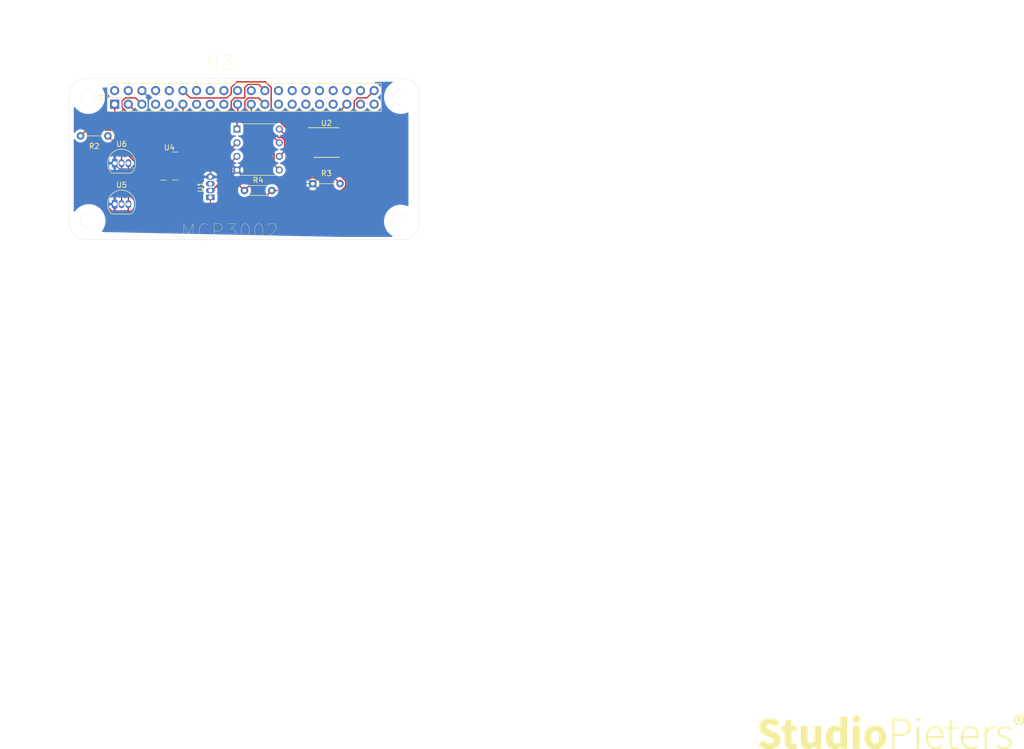
<source format=kicad_pcb>
(kicad_pcb (version 20190907) (host pcbnew "(5.99.0-398-g1f061dbf3)")

  (general
    (thickness 1.6)
    (drawings 45)
    (tracks 137)
    (modules 15)
    (nets 63)
  )

  (page "A4")
  (title_block
    (title "Raspberry Pi® Zero W - Hat Template")
    (date "2018-12-28")
    (rev "1.0.8")
    (company "StudioPieters®")
    (comment 1 "https://www.studiopieters.nl")
  )

  (layers
    (0 "F.Cu" signal)
    (31 "B.Cu" signal)
    (32 "B.Adhes" user)
    (33 "F.Adhes" user)
    (34 "B.Paste" user)
    (35 "F.Paste" user)
    (36 "B.SilkS" user)
    (37 "F.SilkS" user)
    (38 "B.Mask" user)
    (39 "F.Mask" user)
    (40 "Dwgs.User" user)
    (41 "Cmts.User" user)
    (42 "Eco1.User" user)
    (43 "Eco2.User" user)
    (44 "Edge.Cuts" user)
    (45 "Margin" user)
    (46 "B.CrtYd" user)
    (47 "F.CrtYd" user)
    (48 "B.Fab" user)
    (49 "F.Fab" user)
  )

  (setup
    (stackup
      (layer "F.SilkS" (type "Top Silk Screen"))
      (layer "F.Paste" (type "Top Solder Paste"))
      (layer "F.Mask" (type "Top Solder Mask") (color "Green") (thickness 0.01))
      (layer "F.Cu" (type "copper") (thickness 0.035))
      (layer "dielectric 1" (type "core") (thickness 1.51) (material "FR4") (epsilon_r 4.5) (loss_tangent 0.02))
      (layer "B.Cu" (type "copper") (thickness 0.035))
      (layer "B.Mask" (type "Bottom Solder Mask") (color "Green") (thickness 0.01))
      (layer "B.Paste" (type "Bottom Solder Paste"))
      (layer "B.SilkS" (type "Bottom Silk Screen"))
      (copper_finish "None")
      (dielectric_constraints no)
    )
    (last_trace_width 0.25)
    (trace_clearance 0.2)
    (zone_clearance 0.508)
    (zone_45_only no)
    (trace_min 0.2)
    (via_size 0.8)
    (via_drill 0.4)
    (via_min_size 0.4)
    (via_min_drill 0.3)
    (uvia_size 0.3)
    (uvia_drill 0.1)
    (uvias_allowed no)
    (uvia_min_size 0.2)
    (uvia_min_drill 0.1)
    (max_error 0.005)
    (defaults
      (edge_clearance 0.01)
      (edge_cuts_line_width 0.05)
      (courtyard_line_width 0.05)
      (copper_line_width 0.2)
      (copper_text_dims (size 1.5 1.5) (thickness 0.3))
      (silk_line_width 0.12)
      (silk_text_dims (size 1 1) (thickness 0.15))
      (other_layers_line_width 0.1)
      (other_layers_text_dims (size 1 1) (thickness 0.15))
    )
    (pad_size 1 0.4)
    (pad_drill 0)
    (pad_to_mask_clearance 0.051)
    (solder_mask_min_width 0.25)
    (aux_axis_origin 0 0)
    (visible_elements 7FFFFFFF)
    (pcbplotparams
      (layerselection 0x010fc_ffffffff)
      (usegerberextensions true)
      (usegerberattributes false)
      (usegerberadvancedattributes false)
      (creategerberjobfile false)
      (excludeedgelayer true)
      (linewidth 0.100000)
      (plotframeref false)
      (viasonmask false)
      (mode 1)
      (useauxorigin false)
      (hpglpennumber 1)
      (hpglpenspeed 20)
      (hpglpendiameter 15.000000)
      (psnegative false)
      (psa4output false)
      (plotreference true)
      (plotvalue true)
      (plotinvisibletext false)
      (padsonsilk true)
      (subtractmaskfromsilk false)
      (outputformat 1)
      (mirror false)
      (drillshape 0)
      (scaleselection 1)
      (outputdirectory "pcbtest/")
    )
  )

  (net 0 "")
  (net 1 "Net-(J1-Pad2)")
  (net 2 "Net-(J1-Pad4)")
  (net 3 "Net-(J1-Pad7)")
  (net 4 "Net-(J1-Pad8)")
  (net 5 "Net-(J1-Pad9)")
  (net 6 "Net-(J1-Pad10)")
  (net 7 "Net-(J1-Pad13)")
  (net 8 "Net-(J1-Pad14)")
  (net 9 "Net-(J1-Pad15)")
  (net 10 "Net-(J1-Pad16)")
  (net 11 "Net-(J1-Pad17)")
  (net 12 "Net-(J1-Pad18)")
  (net 13 "Net-(J1-Pad20)")
  (net 14 "Net-(J1-Pad22)")
  (net 15 "Net-(J1-Pad25)")
  (net 16 "Net-(J1-Pad26)")
  (net 17 "Net-(J1-Pad27)")
  (net 18 "Net-(J1-Pad28)")
  (net 19 "Net-(J1-Pad29)")
  (net 20 "Net-(J1-Pad30)")
  (net 21 "Net-(J1-Pad31)")
  (net 22 "Net-(J1-Pad32)")
  (net 23 "Net-(J1-Pad33)")
  (net 24 "Net-(J1-Pad34)")
  (net 25 "Net-(J1-Pad36)")
  (net 26 "Net-(J1-Pad37)")
  (net 27 "Net-(J1-Pad38)")
  (net 28 "Net-(J1-Pad39)")
  (net 29 "/GPIO21")
  (net 30 "/GPIO19")
  (net 31 "/GPIO8")
  (net 32 "/GPIO11")
  (net 33 "/GPIO9")
  (net 34 "/GPIO10")
  (net 35 "/GPIO18")
  (net 36 "/GPIO17")
  (net 37 "/GND")
  (net 38 "/GPIO3")
  (net 39 "/GPIO2")
  (net 40 "/3.3V")
  (net 41 "/CH1")
  (net 42 "Net-(U1-Pad3)")
  (net 43 "/CH0")
  (net 44 "Net-(U2-Pad16)")
  (net 45 "Net-(U2-Pad15)")
  (net 46 "Net-(U2-Pad14)")
  (net 47 "Net-(U2-Pad13)")
  (net 48 "Net-(U2-Pad12)")
  (net 49 "Net-(U2-Pad11)")
  (net 50 "Net-(U2-Pad10)")
  (net 51 "Net-(U2-Pad9)")
  (net 52 "Net-(U2-Pad8)")
  (net 53 "Net-(U2-Pad7)")
  (net 54 "Net-(U2-Pad6)")
  (net 55 "Net-(U4-Pad12)")
  (net 56 "Net-(U4-Pad11)")
  (net 57 "Net-(U4-Pad10)")
  (net 58 "Net-(U4-Pad9)")
  (net 59 "Net-(U4-Pad8)")
  (net 60 "Net-(U4-Pad7)")
  (net 61 "Net-(U4-Pad3)")
  (net 62 "Net-(U4-Pad1)")

  (net_class "Default" "This is the default net class."
    (clearance 0.2)
    (trace_width 0.25)
    (via_dia 0.8)
    (via_drill 0.4)
    (uvia_dia 0.3)
    (uvia_drill 0.1)
    (add_net "/3.3V")
    (add_net "/CH0")
    (add_net "/CH1")
    (add_net "/GND")
    (add_net "/GPIO10")
    (add_net "/GPIO11")
    (add_net "/GPIO17")
    (add_net "/GPIO18")
    (add_net "/GPIO19")
    (add_net "/GPIO2")
    (add_net "/GPIO21")
    (add_net "/GPIO3")
    (add_net "/GPIO8")
    (add_net "/GPIO9")
    (add_net "Net-(J1-Pad10)")
    (add_net "Net-(J1-Pad13)")
    (add_net "Net-(J1-Pad14)")
    (add_net "Net-(J1-Pad15)")
    (add_net "Net-(J1-Pad16)")
    (add_net "Net-(J1-Pad17)")
    (add_net "Net-(J1-Pad18)")
    (add_net "Net-(J1-Pad2)")
    (add_net "Net-(J1-Pad20)")
    (add_net "Net-(J1-Pad22)")
    (add_net "Net-(J1-Pad25)")
    (add_net "Net-(J1-Pad26)")
    (add_net "Net-(J1-Pad27)")
    (add_net "Net-(J1-Pad28)")
    (add_net "Net-(J1-Pad29)")
    (add_net "Net-(J1-Pad30)")
    (add_net "Net-(J1-Pad31)")
    (add_net "Net-(J1-Pad32)")
    (add_net "Net-(J1-Pad33)")
    (add_net "Net-(J1-Pad34)")
    (add_net "Net-(J1-Pad36)")
    (add_net "Net-(J1-Pad37)")
    (add_net "Net-(J1-Pad38)")
    (add_net "Net-(J1-Pad39)")
    (add_net "Net-(J1-Pad4)")
    (add_net "Net-(J1-Pad7)")
    (add_net "Net-(J1-Pad8)")
    (add_net "Net-(J1-Pad9)")
    (add_net "Net-(U1-Pad3)")
    (add_net "Net-(U2-Pad10)")
    (add_net "Net-(U2-Pad11)")
    (add_net "Net-(U2-Pad12)")
    (add_net "Net-(U2-Pad13)")
    (add_net "Net-(U2-Pad14)")
    (add_net "Net-(U2-Pad15)")
    (add_net "Net-(U2-Pad16)")
    (add_net "Net-(U2-Pad6)")
    (add_net "Net-(U2-Pad7)")
    (add_net "Net-(U2-Pad8)")
    (add_net "Net-(U2-Pad9)")
    (add_net "Net-(U4-Pad1)")
    (add_net "Net-(U4-Pad10)")
    (add_net "Net-(U4-Pad11)")
    (add_net "Net-(U4-Pad12)")
    (add_net "Net-(U4-Pad3)")
    (add_net "Net-(U4-Pad7)")
    (add_net "Net-(U4-Pad8)")
    (add_net "Net-(U4-Pad9)")
  )

  (module "Package_TO_SOT_THT:TO-92_Inline" (layer "F.Cu") (tedit 5A1DD157) (tstamp 5DFD3596)
    (at 58.42 64.77)
    (descr "TO-92 leads in-line, narrow, oval pads, drill 0.75mm (see NXP sot054_po.pdf)")
    (tags "to-92 sc-43 sc-43a sot54 PA33 transistor")
    (path "/5DF91A6A")
    (fp_text reference "U6" (at 1.27 -3.56) (layer "F.SilkS")
      (effects (font (size 1 1) (thickness 0.15)))
    )
    (fp_text value "DS18B20" (at 1.27 2.79) (layer "F.Fab")
      (effects (font (size 1 1) (thickness 0.15)))
    )
    (fp_text user "%R" (at 1.27 -3.56) (layer "F.Fab")
      (effects (font (size 1 1) (thickness 0.15)))
    )
    (fp_line (start -0.53 1.85) (end 3.07 1.85) (layer "F.SilkS") (width 0.12))
    (fp_line (start -0.5 1.75) (end 3 1.75) (layer "F.Fab") (width 0.1))
    (fp_line (start -1.46 -2.73) (end 4 -2.73) (layer "F.CrtYd") (width 0.05))
    (fp_line (start -1.46 -2.73) (end -1.46 2.01) (layer "F.CrtYd") (width 0.05))
    (fp_line (start 4 2.01) (end 4 -2.73) (layer "F.CrtYd") (width 0.05))
    (fp_line (start 4 2.01) (end -1.46 2.01) (layer "F.CrtYd") (width 0.05))
    (fp_arc (start 1.27 0) (end 1.27 -2.48) (angle 135) (layer "F.Fab") (width 0.1))
    (fp_arc (start 1.27 0) (end 1.27 -2.6) (angle -135) (layer "F.SilkS") (width 0.12))
    (fp_arc (start 1.27 0) (end 1.27 -2.48) (angle -135) (layer "F.Fab") (width 0.1))
    (fp_arc (start 1.27 0) (end 1.27 -2.6) (angle 135) (layer "F.SilkS") (width 0.12))
    (pad "1" thru_hole rect (at 0 0) (size 1.05 1.5) (drill 0.75) (layers *.Cu *.Mask)
      (net 37 "/GND"))
    (pad "3" thru_hole oval (at 2.54 0) (size 1.05 1.5) (drill 0.75) (layers *.Cu *.Mask)
      (net 40 "/3.3V"))
    (pad "2" thru_hole oval (at 1.27 0) (size 1.05 1.5) (drill 0.75) (layers *.Cu *.Mask)
      (net 36 "/GPIO17"))
    (model "${KISYS3DMOD}/Package_TO_SOT_THT.3dshapes/TO-92_Inline.wrl"
      (at (xyz 0 0 0))
      (scale (xyz 1 1 1))
      (rotate (xyz 0 0 0))
    )
  )

  (module "Package_TO_SOT_THT:TO-92_Inline" (layer "F.Cu") (tedit 5A1DD157) (tstamp 5DFD3584)
    (at 58.42 72.39)
    (descr "TO-92 leads in-line, narrow, oval pads, drill 0.75mm (see NXP sot054_po.pdf)")
    (tags "to-92 sc-43 sc-43a sot54 PA33 transistor")
    (path "/5DDCCF15")
    (fp_text reference "U5" (at 1.27 -3.56) (layer "F.SilkS")
      (effects (font (size 1 1) (thickness 0.15)))
    )
    (fp_text value "DS18B20" (at 1.27 2.79) (layer "F.Fab")
      (effects (font (size 1 1) (thickness 0.15)))
    )
    (fp_text user "%R" (at 1.27 -3.56) (layer "F.Fab")
      (effects (font (size 1 1) (thickness 0.15)))
    )
    (fp_line (start -0.53 1.85) (end 3.07 1.85) (layer "F.SilkS") (width 0.12))
    (fp_line (start -0.5 1.75) (end 3 1.75) (layer "F.Fab") (width 0.1))
    (fp_line (start -1.46 -2.73) (end 4 -2.73) (layer "F.CrtYd") (width 0.05))
    (fp_line (start -1.46 -2.73) (end -1.46 2.01) (layer "F.CrtYd") (width 0.05))
    (fp_line (start 4 2.01) (end 4 -2.73) (layer "F.CrtYd") (width 0.05))
    (fp_line (start 4 2.01) (end -1.46 2.01) (layer "F.CrtYd") (width 0.05))
    (fp_arc (start 1.27 0) (end 1.27 -2.48) (angle 135) (layer "F.Fab") (width 0.1))
    (fp_arc (start 1.27 0) (end 1.27 -2.6) (angle -135) (layer "F.SilkS") (width 0.12))
    (fp_arc (start 1.27 0) (end 1.27 -2.48) (angle -135) (layer "F.Fab") (width 0.1))
    (fp_arc (start 1.27 0) (end 1.27 -2.6) (angle 135) (layer "F.SilkS") (width 0.12))
    (pad "1" thru_hole rect (at 0 0) (size 1.05 1.5) (drill 0.75) (layers *.Cu *.Mask)
      (net 37 "/GND"))
    (pad "3" thru_hole oval (at 2.54 0) (size 1.05 1.5) (drill 0.75) (layers *.Cu *.Mask)
      (net 40 "/3.3V"))
    (pad "2" thru_hole oval (at 1.27 0) (size 1.05 1.5) (drill 0.75) (layers *.Cu *.Mask)
      (net 36 "/GPIO17"))
    (model "${KISYS3DMOD}/Package_TO_SOT_THT.3dshapes/TO-92_Inline.wrl"
      (at (xyz 0 0 0))
      (scale (xyz 1 1 1))
      (rotate (xyz 0 0 0))
    )
  )

  (module "Package_LGA:LGA-14_3x5mm_P0.8mm_LayoutBorder1x6y" (layer "F.Cu") (tedit 5CF93F4A) (tstamp 5DFD3572)
    (at 68.58 65.31)
    (descr "LGA, 14 Pin (http://www.st.com/resource/en/datasheet/lsm303dlhc.pdf), generated with kicad-footprint-generator ipc_noLead_generator.py")
    (tags "LGA NoLead")
    (path "/5DDCBE41")
    (attr smd)
    (fp_text reference "U4" (at 0 -3.45) (layer "F.SilkS")
      (effects (font (size 1 1) (thickness 0.15)))
    )
    (fp_text value "ADXL343" (at 0 3.45) (layer "F.Fab")
      (effects (font (size 1 1) (thickness 0.15)))
    )
    (fp_line (start 0.56 -2.61) (end 1.61 -2.61) (layer "F.SilkS") (width 0.12))
    (fp_line (start -0.56 2.61) (end -1.61 2.61) (layer "F.SilkS") (width 0.12))
    (fp_line (start 0.56 2.61) (end 1.61 2.61) (layer "F.SilkS") (width 0.12))
    (fp_line (start -0.75 -2.5) (end 1.5 -2.5) (layer "F.Fab") (width 0.1))
    (fp_line (start 1.5 -2.5) (end 1.5 2.5) (layer "F.Fab") (width 0.1))
    (fp_line (start 1.5 2.5) (end -1.5 2.5) (layer "F.Fab") (width 0.1))
    (fp_line (start -1.5 2.5) (end -1.5 -1.75) (layer "F.Fab") (width 0.1))
    (fp_line (start -1.5 -1.75) (end -0.75 -2.5) (layer "F.Fab") (width 0.1))
    (fp_line (start -1.75 -2.75) (end -1.75 2.75) (layer "F.CrtYd") (width 0.05))
    (fp_line (start -1.75 2.75) (end 1.75 2.75) (layer "F.CrtYd") (width 0.05))
    (fp_line (start 1.75 2.75) (end 1.75 -2.75) (layer "F.CrtYd") (width 0.05))
    (fp_line (start 1.75 -2.75) (end -1.75 -2.75) (layer "F.CrtYd") (width 0.05))
    (fp_text user "%R" (at 0 0) (layer "F.Fab")
      (effects (font (size 0.75 0.75) (thickness 0.11)))
    )
    (pad "14" smd roundrect (at 0 -2) (size 0.6 0.95) (layers "F.Cu" "F.Paste" "F.Mask") (roundrect_rratio 0.25)
      (net 38 "/GPIO3"))
    (pad "13" smd roundrect (at 1 -2) (size 0.95 0.6) (layers "F.Cu" "F.Paste" "F.Mask") (roundrect_rratio 0.25)
      (net 39 "/GPIO2"))
    (pad "12" smd roundrect (at 1 -1.2) (size 0.95 0.6) (layers "F.Cu" "F.Paste" "F.Mask") (roundrect_rratio 0.25)
      (net 55 "Net-(U4-Pad12)"))
    (pad "11" smd roundrect (at 1 -0.4) (size 0.95 0.6) (layers "F.Cu" "F.Paste" "F.Mask") (roundrect_rratio 0.25)
      (net 56 "Net-(U4-Pad11)"))
    (pad "10" smd roundrect (at 1 0.4) (size 0.95 0.6) (layers "F.Cu" "F.Paste" "F.Mask") (roundrect_rratio 0.25)
      (net 57 "Net-(U4-Pad10)"))
    (pad "9" smd roundrect (at 1 1.2) (size 0.95 0.6) (layers "F.Cu" "F.Paste" "F.Mask") (roundrect_rratio 0.25)
      (net 58 "Net-(U4-Pad9)"))
    (pad "8" smd roundrect (at 1 2) (size 0.95 0.6) (layers "F.Cu" "F.Paste" "F.Mask") (roundrect_rratio 0.25)
      (net 59 "Net-(U4-Pad8)"))
    (pad "7" smd roundrect (at 0 2) (size 0.6 0.95) (layers "F.Cu" "F.Paste" "F.Mask") (roundrect_rratio 0.25)
      (net 60 "Net-(U4-Pad7)"))
    (pad "6" smd roundrect (at -1 2) (size 0.95 0.6) (layers "F.Cu" "F.Paste" "F.Mask") (roundrect_rratio 0.25)
      (net 40 "/3.3V"))
    (pad "5" smd roundrect (at -1 1.2) (size 0.95 0.6) (layers "F.Cu" "F.Paste" "F.Mask") (roundrect_rratio 0.25)
      (net 37 "/GND"))
    (pad "4" smd roundrect (at -1 0.4) (size 0.95 0.6) (layers "F.Cu" "F.Paste" "F.Mask") (roundrect_rratio 0.25)
      (net 37 "/GND"))
    (pad "3" smd roundrect (at -1 -0.4) (size 0.95 0.6) (layers "F.Cu" "F.Paste" "F.Mask") (roundrect_rratio 0.25)
      (net 61 "Net-(U4-Pad3)"))
    (pad "2" smd roundrect (at -1 -1.2) (size 0.95 0.6) (layers "F.Cu" "F.Paste" "F.Mask") (roundrect_rratio 0.25)
      (net 37 "/GND"))
    (pad "1" smd roundrect (at -1 -2) (size 0.95 0.6) (layers "F.Cu" "F.Paste" "F.Mask") (roundrect_rratio 0.25)
      (net 62 "Net-(U4-Pad1)"))
    (model "${KISYS3DMOD}/Package_LGA.3dshapes/LGA-14_3x5mm_P0.8mm_LayoutBorder1x6y.wrl"
      (at (xyz 0 0 0))
      (scale (xyz 1 1 1))
      (rotate (xyz 0 0 0))
    )
  )

  (module "DIP787W46P254L927H533Q8:DIP787W46P254L927H533Q8" (layer "F.Cu") (tedit 0) (tstamp 5DFD3553)
    (at 85.09 62.23)
    (path "/5DDC2125")
    (fp_text reference "U3" (at -7.08182 -16.0804) (layer "F.SilkS")
      (effects (font (size 2.75598 2.75598) (thickness 0.05)))
    )
    (fp_text value "MCP3002" (at -5.30088 15.2158) (layer "F.SilkS")
      (effects (font (size 2.64401 2.64401) (thickness 0.05)))
    )
    (fp_circle (center -4.85 -4.85) (end -4.75 -4.85) (layer "F.SilkS") (width 0.2))
    (fp_circle (center -2.27 -4.05) (end -1.88413 -4.05) (layer "Eco2.User") (width 0.127))
    (fp_line (start 3.18 4.8) (end -3.18 4.8) (layer "F.SilkS") (width 0.127))
    (fp_line (start 3.18 -4.8) (end 3.18 4.8) (layer "Eco2.User") (width 0.127))
    (fp_line (start -3.18 -4.8) (end 3.18 -4.8) (layer "F.SilkS") (width 0.127))
    (fp_line (start -3.18 4.8) (end -3.18 -4.8) (layer "Eco2.User") (width 0.127))
    (fp_line (start -5.13 -5.21) (end -5.13 5.21) (layer "Eco1.User") (width 0.05))
    (fp_line (start 5.13 -5.21) (end -5.13 -5.21) (layer "Eco1.User") (width 0.05))
    (fp_line (start 5.13 5.21) (end 5.13 -5.21) (layer "Eco1.User") (width 0.05))
    (fp_line (start -5.13 5.21) (end 5.13 5.21) (layer "Eco1.User") (width 0.05))
    (pad "7" thru_hole circle (at 3.935 -1.27) (size 1.308 1.308) (drill 0.8) (layers *.Cu *.Mask)
      (net 32 "/GPIO11"))
    (pad "6" thru_hole circle (at 3.935 1.27) (size 1.308 1.308) (drill 0.8) (layers *.Cu *.Mask)
      (net 33 "/GPIO9"))
    (pad "8" thru_hole circle (at 3.935 -3.81) (size 1.308 1.308) (drill 0.8) (layers *.Cu *.Mask)
      (net 40 "/3.3V"))
    (pad "5" thru_hole circle (at 3.935 3.81) (size 1.308 1.308) (drill 0.8) (layers *.Cu *.Mask)
      (net 34 "/GPIO10"))
    (pad "1" thru_hole rect (at -3.935 -3.81) (size 1.308 1.308) (drill 0.8) (layers *.Cu *.Mask)
      (net 31 "/GPIO8"))
    (pad "4" thru_hole circle (at -3.935 3.81) (size 1.308 1.308) (drill 0.8) (layers *.Cu *.Mask)
      (net 37 "/GND"))
    (pad "2" thru_hole circle (at -3.935 -1.27) (size 1.308 1.308) (drill 0.8) (layers *.Cu *.Mask)
      (net 43 "/CH0"))
    (pad "3" thru_hole circle (at -3.935 1.27) (size 1.308 1.308) (drill 0.8) (layers *.Cu *.Mask)
      (net 41 "/CH1"))
  )

  (module "Package_SO:SSOP-16_4.4x5.2mm_P0.65mm" (layer "F.Cu") (tedit 5DFD71B8) (tstamp 5DFD5F9F)
    (at 97.79 60.96)
    (descr "SSOP16: plastic shrink small outline package; 16 leads; body width 4.4 mm; (see NXP SSOP-TSSOP-VSO-REFLOW.pdf and sot369-1_po.pdf)")
    (tags "SSOP 0.65")
    (path "/5DEFCA43")
    (attr smd)
    (fp_text reference "U2" (at 0 -3.65) (layer "F.SilkS")
      (effects (font (size 1 1) (thickness 0.15)))
    )
    (fp_text value "UDA1334ATS" (at 0 3.65) (layer "F.Fab")
      (effects (font (size 1 1) (thickness 0.15)))
    )
    (fp_text user "%R" (at 0 0) (layer "F.Fab")
      (effects (font (size 0.8 0.8) (thickness 0.15)))
    )
    (fp_line (start -2.325 2.725) (end 2.325 2.725) (layer "F.SilkS") (width 0.15))
    (fp_line (start -3.4 -2.8) (end 2.3 -2.8) (layer "F.SilkS") (width 0.15))
    (fp_line (start -2.325 2.725) (end -2.325 2.7) (layer "F.SilkS") (width 0.15))
    (fp_line (start 2.325 2.725) (end 2.325 2.7) (layer "F.SilkS") (width 0.15))
    (fp_line (start 2.3 -2.8) (end 2.3 -2.7) (layer "F.SilkS") (width 0.15))
    (fp_line (start -3.65 2.9) (end 3.65 2.9) (layer "F.CrtYd") (width 0.05))
    (fp_line (start -3.65 -2.9) (end 3.65 -2.9) (layer "F.CrtYd") (width 0.05))
    (fp_line (start 3.65 -2.9) (end 3.65 2.9) (layer "F.CrtYd") (width 0.05))
    (fp_line (start -3.65 -2.9) (end -3.65 2.9) (layer "F.CrtYd") (width 0.05))
    (fp_line (start -2.2 -1.6) (end -1.2 -2.6) (layer "F.Fab") (width 0.15))
    (fp_line (start -2.2 2.6) (end -2.2 -1.6) (layer "F.Fab") (width 0.15))
    (fp_line (start 2.2 2.6) (end -2.2 2.6) (layer "F.Fab") (width 0.15))
    (fp_line (start 2.2 -2.6) (end 2.2 2.6) (layer "F.Fab") (width 0.15))
    (fp_line (start -1.2 -2.6) (end 2.2 -2.6) (layer "F.Fab") (width 0.15))
    (pad "1" smd rect (at -2.9 -2.275) (size 1 0.4) (layers "F.Cu" "F.Paste" "F.Mask")
      (net 35 "/GPIO18"))
    (pad "2" smd rect (at -2.9 -1.625) (size 1 0.4) (layers "F.Cu" "F.Paste" "F.Mask")
      (net 30 "/GPIO19"))
    (pad "3" smd rect (at -2.9 -0.975) (size 1 0.4) (layers "F.Cu" "F.Paste" "F.Mask")
      (net 29 "/GPIO21"))
    (pad "4" smd rect (at -2.9 -0.325) (size 1 0.4) (layers "F.Cu" "F.Paste" "F.Mask")
      (net 40 "/3.3V"))
    (pad "5" smd rect (at -2.9 0.325) (size 1 0.4) (layers "F.Cu" "F.Paste" "F.Mask")
      (net 37 "/GND"))
    (pad "6" smd rect (at -2.9 0.975) (size 1 0.4) (layers "F.Cu" "F.Paste" "F.Mask")
      (net 54 "Net-(U2-Pad6)"))
    (pad "7" smd rect (at -2.9 1.625) (size 1 0.4) (layers "F.Cu" "F.Paste" "F.Mask")
      (net 53 "Net-(U2-Pad7)"))
    (pad "8" smd rect (at -2.9 2.275) (size 1 0.4) (layers "F.Cu" "F.Paste" "F.Mask")
      (net 52 "Net-(U2-Pad8)"))
    (pad "9" smd rect (at 2.9 2.275) (size 1 0.4) (layers "F.Cu" "F.Paste" "F.Mask")
      (net 51 "Net-(U2-Pad9)"))
    (pad "10" smd rect (at 2.9 1.625) (size 1 0.4) (layers "F.Cu" "F.Paste" "F.Mask")
      (net 50 "Net-(U2-Pad10)"))
    (pad "11" smd rect (at 2.9 0.975) (size 1 0.4) (layers "F.Cu" "F.Paste" "F.Mask")
      (net 49 "Net-(U2-Pad11)"))
    (pad "12" smd rect (at 2.9 0.325) (size 1 0.4) (layers "F.Cu" "F.Paste" "F.Mask")
      (net 48 "Net-(U2-Pad12)"))
    (pad "13" smd rect (at 2.9 -0.325) (size 1 0.4) (layers "F.Cu" "F.Paste" "F.Mask")
      (net 47 "Net-(U2-Pad13)"))
    (pad "14" smd rect (at 2.9 -0.975) (size 1 0.4) (layers "F.Cu" "F.Paste" "F.Mask")
      (net 46 "Net-(U2-Pad14)"))
    (pad "15" smd rect (at 2.9 -1.625) (size 1 0.4) (layers "F.Cu" "F.Paste" "F.Mask")
      (net 45 "Net-(U2-Pad15)"))
    (pad "16" smd rect (at 2.9 -2.275) (size 1 0.4) (layers "F.Cu" "F.Paste" "F.Mask")
      (net 44 "Net-(U2-Pad16)"))
    (model "${KISYS3DMOD}/Package_SO.3dshapes/SSOP-16_4.4x5.2mm_P0.65mm.wrl"
      (at (xyz 0 0 0))
      (scale (xyz 1 1 1))
      (rotate (xyz 0 0 0))
    )
  )

  (module "Sensor_Current:Allegro_SIP-4" (layer "F.Cu") (tedit 5A04BB65) (tstamp 5DFD351A)
    (at 76.2 71.12 90)
    (descr "Allegro Microsystems SIP-4, 1.27mm Pitch (http://www.allegromicro.com/~/media/Files/Datasheets/A1363-Datasheet.ashx)")
    (tags "Allegro SIP-4")
    (path "/5DDFA5DD")
    (fp_text reference "U1" (at 1.905 -1.8 90) (layer "F.SilkS")
      (effects (font (size 1 1) (thickness 0.15)))
    )
    (fp_text value "A1363xKTTN-1" (at 1.905 1.8 90) (layer "F.Fab")
      (effects (font (size 1 1) (thickness 0.15)))
    )
    (fp_text user "%R" (at 1.905 0 90) (layer "F.Fab")
      (effects (font (size 0.7 0.7) (thickness 0.1)))
    )
    (fp_line (start 4.76 1.05) (end 4.76 -1.05) (layer "F.CrtYd") (width 0.05))
    (fp_line (start -0.95 1.05) (end 4.76 1.05) (layer "F.CrtYd") (width 0.05))
    (fp_line (start -0.95 -1.05) (end -0.95 1.05) (layer "F.CrtYd") (width 0.05))
    (fp_line (start 4.76 -1.05) (end -0.95 -1.05) (layer "F.CrtYd") (width 0.05))
    (fp_line (start 4.51 0.54) (end -0.7 0.54) (layer "F.Fab") (width 0.1))
    (fp_line (start 4.51 -0.46) (end 4.51 0.54) (layer "F.Fab") (width 0.1))
    (fp_line (start -0.7 -0.46) (end 4.51 -0.46) (layer "F.Fab") (width 0.1))
    (fp_line (start -0.7 0.54) (end -0.7 -0.46) (layer "F.Fab") (width 0.1))
    (fp_line (start -0.82 0.66) (end -0.82 -0.58) (layer "F.SilkS") (width 0.12))
    (fp_line (start 4.63 -0.58) (end 4.63 0.66) (layer "F.SilkS") (width 0.12))
    (pad "4" thru_hole oval (at 3.81 0 90) (size 1 1.6) (drill 0.7) (layers *.Cu *.Mask)
      (net 37 "/GND"))
    (pad "3" thru_hole oval (at 2.54 0 90) (size 1 1.6) (drill 0.7) (layers *.Cu *.Mask)
      (net 42 "Net-(U1-Pad3)"))
    (pad "2" thru_hole oval (at 1.27 0 90) (size 1 1.6) (drill 0.7) (layers *.Cu *.Mask)
      (net 43 "/CH0"))
    (pad "1" thru_hole rect (at 0 0 90) (size 1 1.6) (drill 0.7) (layers *.Cu *.Mask)
      (net 40 "/3.3V"))
    (model "${KISYS3DMOD}/Sensor_Current.3dshapes/Allegro_SIP-4.wrl"
      (at (xyz 0 0 0))
      (scale (xyz 1 1 1))
      (rotate (xyz 0 0 0))
    )
  )

  (module "Resistor_THT:R_Axial_DIN0204_L3.6mm_D1.6mm_P5.08mm_Horizontal" (layer "F.Cu") (tedit 5AE5139B) (tstamp 5DFD3507)
    (at 82.55 69.85)
    (descr "Resistor, Axial_DIN0204 series, Axial, Horizontal, pin pitch=5.08mm, 0.167W, length*diameter=3.6*1.6mm^2, http://cdn-reichelt.de/documents/datenblatt/B400/1_4W%23YAG.pdf")
    (tags "Resistor Axial_DIN0204 series Axial Horizontal pin pitch 5.08mm 0.167W length 3.6mm diameter 1.6mm")
    (path "/5DDC9A7B")
    (fp_text reference "R4" (at 2.54 -1.92) (layer "F.SilkS")
      (effects (font (size 1 1) (thickness 0.15)))
    )
    (fp_text value "R_PHOTO" (at 2.54 1.92) (layer "F.Fab")
      (effects (font (size 1 1) (thickness 0.15)))
    )
    (fp_text user "%R" (at 2.54 0) (layer "F.Fab")
      (effects (font (size 0.72 0.72) (thickness 0.108)))
    )
    (fp_line (start 6.03 -1.05) (end -0.95 -1.05) (layer "F.CrtYd") (width 0.05))
    (fp_line (start 6.03 1.05) (end 6.03 -1.05) (layer "F.CrtYd") (width 0.05))
    (fp_line (start -0.95 1.05) (end 6.03 1.05) (layer "F.CrtYd") (width 0.05))
    (fp_line (start -0.95 -1.05) (end -0.95 1.05) (layer "F.CrtYd") (width 0.05))
    (fp_line (start 0.62 0.92) (end 4.46 0.92) (layer "F.SilkS") (width 0.12))
    (fp_line (start 0.62 -0.92) (end 4.46 -0.92) (layer "F.SilkS") (width 0.12))
    (fp_line (start 5.08 0) (end 4.34 0) (layer "F.Fab") (width 0.1))
    (fp_line (start 0 0) (end 0.74 0) (layer "F.Fab") (width 0.1))
    (fp_line (start 4.34 -0.8) (end 0.74 -0.8) (layer "F.Fab") (width 0.1))
    (fp_line (start 4.34 0.8) (end 4.34 -0.8) (layer "F.Fab") (width 0.1))
    (fp_line (start 0.74 0.8) (end 4.34 0.8) (layer "F.Fab") (width 0.1))
    (fp_line (start 0.74 -0.8) (end 0.74 0.8) (layer "F.Fab") (width 0.1))
    (pad "1" thru_hole circle (at 0 0) (size 1.4 1.4) (drill 0.7) (layers *.Cu *.Mask)
      (net 41 "/CH1"))
    (pad "2" thru_hole oval (at 5.08 0) (size 1.4 1.4) (drill 0.7) (layers *.Cu *.Mask)
      (net 40 "/3.3V"))
    (model "${KISYS3DMOD}/Resistor_THT.3dshapes/R_Axial_DIN0204_L3.6mm_D1.6mm_P5.08mm_Horizontal.wrl"
      (at (xyz 0 0 0))
      (scale (xyz 1 1 1))
      (rotate (xyz 0 0 0))
    )
  )

  (module "Resistor_THT:R_Axial_DIN0204_L3.6mm_D1.6mm_P5.08mm_Vertical" (layer "F.Cu") (tedit 5AE5139B) (tstamp 5DFD34F4)
    (at 95.25 68.58)
    (descr "Resistor, Axial_DIN0204 series, Axial, Vertical, pin pitch=5.08mm, 0.167W, length*diameter=3.6*1.6mm^2, http://cdn-reichelt.de/documents/datenblatt/B400/1_4W%23YAG.pdf")
    (tags "Resistor Axial_DIN0204 series Axial Vertical pin pitch 5.08mm 0.167W length 3.6mm diameter 1.6mm")
    (path "/5DDF237A")
    (fp_text reference "R3" (at 2.54 -1.92) (layer "F.SilkS")
      (effects (font (size 1 1) (thickness 0.15)))
    )
    (fp_text value "470" (at 2.54 1.92) (layer "F.Fab")
      (effects (font (size 1 1) (thickness 0.15)))
    )
    (fp_circle (center 0 0) (end 0.8 0) (layer "F.Fab") (width 0.1))
    (fp_circle (center 0 0) (end 0.92 0) (layer "F.SilkS") (width 0.12))
    (fp_line (start 0 0) (end 5.08 0) (layer "F.Fab") (width 0.1))
    (fp_line (start 0.92 0) (end 4.08 0) (layer "F.SilkS") (width 0.12))
    (fp_line (start -1.05 -1.05) (end -1.05 1.05) (layer "F.CrtYd") (width 0.05))
    (fp_line (start -1.05 1.05) (end 6.03 1.05) (layer "F.CrtYd") (width 0.05))
    (fp_line (start 6.03 1.05) (end 6.03 -1.05) (layer "F.CrtYd") (width 0.05))
    (fp_line (start 6.03 -1.05) (end -1.05 -1.05) (layer "F.CrtYd") (width 0.05))
    (fp_text user "%R" (at 2.54 -1.92) (layer "F.Fab")
      (effects (font (size 1 1) (thickness 0.15)))
    )
    (pad "2" thru_hole oval (at 5.08 0) (size 1.4 1.4) (drill 0.7) (layers *.Cu *.Mask)
      (net 41 "/CH1"))
    (pad "1" thru_hole circle (at 0 0) (size 1.4 1.4) (drill 0.7) (layers *.Cu *.Mask)
      (net 37 "/GND"))
    (model "${KISYS3DMOD}/Resistor_THT.3dshapes/R_Axial_DIN0204_L3.6mm_D1.6mm_P5.08mm_Vertical.wrl"
      (at (xyz 0 0 0))
      (scale (xyz 1 1 1))
      (rotate (xyz 0 0 0))
    )
  )

  (module "Resistor_THT:R_Axial_DIN0204_L3.6mm_D1.6mm_P5.08mm_Vertical" (layer "F.Cu") (tedit 5AE5139B) (tstamp 5DFD34E5)
    (at 57.15 59.69 180)
    (descr "Resistor, Axial_DIN0204 series, Axial, Vertical, pin pitch=5.08mm, 0.167W, length*diameter=3.6*1.6mm^2, http://cdn-reichelt.de/documents/datenblatt/B400/1_4W%23YAG.pdf")
    (tags "Resistor Axial_DIN0204 series Axial Vertical pin pitch 5.08mm 0.167W length 3.6mm diameter 1.6mm")
    (path "/5DDEE16C")
    (fp_text reference "R2" (at 2.54 -1.92) (layer "F.SilkS")
      (effects (font (size 1 1) (thickness 0.15)))
    )
    (fp_text value "4.7k" (at 2.54 1.92) (layer "F.Fab")
      (effects (font (size 1 1) (thickness 0.15)))
    )
    (fp_text user "%R" (at 2.54 -1.92) (layer "F.Fab")
      (effects (font (size 1 1) (thickness 0.15)))
    )
    (fp_line (start 6.03 -1.05) (end -1.05 -1.05) (layer "F.CrtYd") (width 0.05))
    (fp_line (start 6.03 1.05) (end 6.03 -1.05) (layer "F.CrtYd") (width 0.05))
    (fp_line (start -1.05 1.05) (end 6.03 1.05) (layer "F.CrtYd") (width 0.05))
    (fp_line (start -1.05 -1.05) (end -1.05 1.05) (layer "F.CrtYd") (width 0.05))
    (fp_line (start 0.92 0) (end 4.08 0) (layer "F.SilkS") (width 0.12))
    (fp_line (start 0 0) (end 5.08 0) (layer "F.Fab") (width 0.1))
    (fp_circle (center 0 0) (end 0.92 0) (layer "F.SilkS") (width 0.12))
    (fp_circle (center 0 0) (end 0.8 0) (layer "F.Fab") (width 0.1))
    (pad "1" thru_hole circle (at 0 0 180) (size 1.4 1.4) (drill 0.7) (layers *.Cu *.Mask)
      (net 36 "/GPIO17"))
    (pad "2" thru_hole oval (at 5.08 0 180) (size 1.4 1.4) (drill 0.7) (layers *.Cu *.Mask)
      (net 40 "/3.3V"))
    (model "${KISYS3DMOD}/Resistor_THT.3dshapes/R_Axial_DIN0204_L3.6mm_D1.6mm_P5.08mm_Vertical.wrl"
      (at (xyz 0 0 0))
      (scale (xyz 1 1 1))
      (rotate (xyz 0 0 0))
    )
  )

  (module "RPi_Hat:RPi_Hat_Mounting_Hole" locked (layer "F.Cu") (tedit 55217C7B) (tstamp 5C471D7E)
    (at 53.5 52.5)
    (descr "Mounting hole, Befestigungsbohrung, 2,7mm, No Annular, Kein Restring,")
    (tags "Mounting hole, Befestigungsbohrung, 2,7mm, No Annular, Kein Restring,")
    (fp_text reference "" (at 0 -4.0005) (layer "F.SilkS") hide
      (effects (font (size 1 1) (thickness 0.15)))
    )
    (fp_text value "" (at 0.09906 3.59918) (layer "F.Fab") hide
      (effects (font (size 1 1) (thickness 0.15)))
    )
    (fp_circle (center 0 0) (end 1.375 0) (layer "F.Fab") (width 0.15))
    (fp_circle (center 0 0) (end 3.1 0) (layer "F.Fab") (width 0.15))
    (fp_circle (center 0 0) (end 3.1 0) (layer "B.Fab") (width 0.15))
    (fp_circle (center 0 0) (end 1.375 0) (layer "B.Fab") (width 0.15))
    (fp_circle (center 0 0) (end 3.1 0) (layer "F.CrtYd") (width 0.15))
    (fp_circle (center 0 0) (end 3.1 0) (layer "B.CrtYd") (width 0.15))
    (pad "" np_thru_hole circle (at 0 0) (size 2.75 2.75) (drill 2.75) (layers *.Cu *.Mask)
      (solder_mask_margin 1.725) (clearance 1.725))
  )

  (module "RPi_Hat:RPi_Hat_Mounting_Hole" locked (layer "F.Cu") (tedit 55217C7B) (tstamp 5C471D7E)
    (at 53.6 75.5)
    (descr "Mounting hole, Befestigungsbohrung, 2,7mm, No Annular, Kein Restring,")
    (tags "Mounting hole, Befestigungsbohrung, 2,7mm, No Annular, Kein Restring,")
    (fp_text reference "" (at 0 -4.0005) (layer "F.SilkS") hide
      (effects (font (size 1 1) (thickness 0.15)))
    )
    (fp_text value "" (at 0.09906 3.59918) (layer "F.Fab") hide
      (effects (font (size 1 1) (thickness 0.15)))
    )
    (fp_circle (center 0 0) (end 1.375 0) (layer "F.Fab") (width 0.15))
    (fp_circle (center 0 0) (end 3.1 0) (layer "F.Fab") (width 0.15))
    (fp_circle (center 0 0) (end 3.1 0) (layer "B.Fab") (width 0.15))
    (fp_circle (center 0 0) (end 1.375 0) (layer "B.Fab") (width 0.15))
    (fp_circle (center 0 0) (end 3.1 0) (layer "F.CrtYd") (width 0.15))
    (fp_circle (center 0 0) (end 3.1 0) (layer "B.CrtYd") (width 0.15))
    (pad "" np_thru_hole circle (at 0 0) (size 2.75 2.75) (drill 2.75) (layers *.Cu *.Mask)
      (solder_mask_margin 1.725) (clearance 1.725))
  )

  (module "RPi_Hat:RPi_Hat_Mounting_Hole" locked (layer "F.Cu") (tedit 55217C7B) (tstamp 5C471D7E)
    (at 111.6 75.6)
    (descr "Mounting hole, Befestigungsbohrung, 2,7mm, No Annular, Kein Restring,")
    (tags "Mounting hole, Befestigungsbohrung, 2,7mm, No Annular, Kein Restring,")
    (fp_text reference "" (at 0 -4.0005) (layer "F.SilkS") hide
      (effects (font (size 1 1) (thickness 0.15)))
    )
    (fp_text value "" (at 0.09906 3.59918) (layer "F.Fab") hide
      (effects (font (size 1 1) (thickness 0.15)))
    )
    (fp_circle (center 0 0) (end 1.375 0) (layer "F.Fab") (width 0.15))
    (fp_circle (center 0 0) (end 3.1 0) (layer "F.Fab") (width 0.15))
    (fp_circle (center 0 0) (end 3.1 0) (layer "B.Fab") (width 0.15))
    (fp_circle (center 0 0) (end 1.375 0) (layer "B.Fab") (width 0.15))
    (fp_circle (center 0 0) (end 3.1 0) (layer "F.CrtYd") (width 0.15))
    (fp_circle (center 0 0) (end 3.1 0) (layer "B.CrtYd") (width 0.15))
    (pad "" np_thru_hole circle (at 0 0) (size 2.75 2.75) (drill 2.75) (layers *.Cu *.Mask)
      (solder_mask_margin 1.725) (clearance 1.725))
  )

  (module "RPi_Hat:RPi_Hat_Mounting_Hole" locked (layer "F.Cu") (tedit 55217C7B) (tstamp 5C471D7E)
    (at 111.6 52.5)
    (descr "Mounting hole, Befestigungsbohrung, 2,7mm, No Annular, Kein Restring,")
    (tags "Mounting hole, Befestigungsbohrung, 2,7mm, No Annular, Kein Restring,")
    (fp_text reference "" (at 0 -4.0005) (layer "F.SilkS") hide
      (effects (font (size 1 1) (thickness 0.15)))
    )
    (fp_text value "" (at 0.09906 3.59918) (layer "F.Fab") hide
      (effects (font (size 1 1) (thickness 0.15)))
    )
    (fp_circle (center 0 0) (end 1.375 0) (layer "F.Fab") (width 0.15))
    (fp_circle (center 0 0) (end 3.1 0) (layer "F.Fab") (width 0.15))
    (fp_circle (center 0 0) (end 3.1 0) (layer "B.Fab") (width 0.15))
    (fp_circle (center 0 0) (end 1.375 0) (layer "B.Fab") (width 0.15))
    (fp_circle (center 0 0) (end 3.1 0) (layer "F.CrtYd") (width 0.15))
    (fp_circle (center 0 0) (end 3.1 0) (layer "B.CrtYd") (width 0.15))
    (pad "" np_thru_hole circle (at 0 0) (size 2.75 2.75) (drill 2.75) (layers *.Cu *.Mask)
      (solder_mask_margin 1.725) (clearance 1.725))
  )

  (module "Connector_PinHeader_2.54mm:PinHeader_2x20_P2.54mm_Vertical" (layer "F.Cu") (tedit 59FED5CC) (tstamp 5C2616A7)
    (at 58.4 53.8 90)
    (descr "Through hole straight pin header, 2x20, 2.54mm pitch, double rows")
    (tags "Through hole pin header THT 2x20 2.54mm double row")
    (path "/5C26120C")
    (fp_text reference "J1" (at 1.27 -2.33 90) (layer "F.SilkS")
      (effects (font (size 1 1) (thickness 0.15)))
    )
    (fp_text value "Conn_02x20_Odd_Even" (at 1.27 50.59 90) (layer "F.Fab") hide
      (effects (font (size 1 1) (thickness 0.15)))
    )
    (fp_line (start 0 -1.27) (end 3.81 -1.27) (layer "F.Fab") (width 0.1))
    (fp_line (start 3.81 -1.27) (end 3.81 49.53) (layer "F.Fab") (width 0.1))
    (fp_line (start 3.81 49.53) (end -1.27 49.53) (layer "F.Fab") (width 0.1))
    (fp_line (start -1.27 49.53) (end -1.27 0) (layer "F.Fab") (width 0.1))
    (fp_line (start -1.27 0) (end 0 -1.27) (layer "F.Fab") (width 0.1))
    (fp_line (start -1.33 49.59) (end 3.87 49.59) (layer "F.SilkS") (width 0.12))
    (fp_line (start -1.33 1.27) (end -1.33 49.59) (layer "F.SilkS") (width 0.12))
    (fp_line (start 3.87 -1.33) (end 3.87 49.59) (layer "F.SilkS") (width 0.12))
    (fp_line (start -1.33 1.27) (end 1.27 1.27) (layer "F.SilkS") (width 0.12))
    (fp_line (start 1.27 1.27) (end 1.27 -1.33) (layer "F.SilkS") (width 0.12))
    (fp_line (start 1.27 -1.33) (end 3.87 -1.33) (layer "F.SilkS") (width 0.12))
    (fp_line (start -1.33 0) (end -1.33 -1.33) (layer "F.SilkS") (width 0.12))
    (fp_line (start -1.33 -1.33) (end 0 -1.33) (layer "F.SilkS") (width 0.12))
    (fp_line (start -1.8 -1.8) (end -1.8 50.05) (layer "F.CrtYd") (width 0.05))
    (fp_line (start -1.8 50.05) (end 4.35 50.05) (layer "F.CrtYd") (width 0.05))
    (fp_line (start 4.35 50.05) (end 4.35 -1.8) (layer "F.CrtYd") (width 0.05))
    (fp_line (start 4.35 -1.8) (end -1.8 -1.8) (layer "F.CrtYd") (width 0.05))
    (fp_text user "%R" (at 1.27 24.13 180) (layer "F.Fab")
      (effects (font (size 1 1) (thickness 0.15)))
    )
    (pad "40" thru_hole oval (at 2.54 48.26 90) (size 1.7 1.7) (drill 1) (layers *.Cu *.Mask)
      (net 29 "/GPIO21"))
    (pad "39" thru_hole oval (at 0 48.26 90) (size 1.7 1.7) (drill 1) (layers *.Cu *.Mask)
      (net 28 "Net-(J1-Pad39)"))
    (pad "38" thru_hole oval (at 2.54 45.72 90) (size 1.7 1.7) (drill 1) (layers *.Cu *.Mask)
      (net 27 "Net-(J1-Pad38)"))
    (pad "37" thru_hole oval (at 0 45.72 90) (size 1.7 1.7) (drill 1) (layers *.Cu *.Mask)
      (net 26 "Net-(J1-Pad37)"))
    (pad "36" thru_hole oval (at 2.54 43.18 90) (size 1.7 1.7) (drill 1) (layers *.Cu *.Mask)
      (net 25 "Net-(J1-Pad36)"))
    (pad "35" thru_hole oval (at 0 43.18 90) (size 1.7 1.7) (drill 1) (layers *.Cu *.Mask)
      (net 30 "/GPIO19"))
    (pad "34" thru_hole oval (at 2.54 40.64 90) (size 1.7 1.7) (drill 1) (layers *.Cu *.Mask)
      (net 24 "Net-(J1-Pad34)"))
    (pad "33" thru_hole oval (at 0 40.64 90) (size 1.7 1.7) (drill 1) (layers *.Cu *.Mask)
      (net 23 "Net-(J1-Pad33)"))
    (pad "32" thru_hole oval (at 2.54 38.1 90) (size 1.7 1.7) (drill 1) (layers *.Cu *.Mask)
      (net 22 "Net-(J1-Pad32)"))
    (pad "31" thru_hole oval (at 0 38.1 90) (size 1.7 1.7) (drill 1) (layers *.Cu *.Mask)
      (net 21 "Net-(J1-Pad31)"))
    (pad "30" thru_hole oval (at 2.54 35.56 90) (size 1.7 1.7) (drill 1) (layers *.Cu *.Mask)
      (net 20 "Net-(J1-Pad30)"))
    (pad "29" thru_hole oval (at 0 35.56 90) (size 1.7 1.7) (drill 1) (layers *.Cu *.Mask)
      (net 19 "Net-(J1-Pad29)"))
    (pad "28" thru_hole oval (at 2.54 33.02 90) (size 1.7 1.7) (drill 1) (layers *.Cu *.Mask)
      (net 18 "Net-(J1-Pad28)"))
    (pad "27" thru_hole oval (at 0 33.02 90) (size 1.7 1.7) (drill 1) (layers *.Cu *.Mask)
      (net 17 "Net-(J1-Pad27)"))
    (pad "26" thru_hole oval (at 2.54 30.48 90) (size 1.7 1.7) (drill 1) (layers *.Cu *.Mask)
      (net 16 "Net-(J1-Pad26)"))
    (pad "25" thru_hole oval (at 0 30.48 90) (size 1.7 1.7) (drill 1) (layers *.Cu *.Mask)
      (net 15 "Net-(J1-Pad25)"))
    (pad "24" thru_hole oval (at 2.54 27.94 90) (size 1.7 1.7) (drill 1) (layers *.Cu *.Mask)
      (net 31 "/GPIO8"))
    (pad "23" thru_hole oval (at 0 27.94 90) (size 1.7 1.7) (drill 1) (layers *.Cu *.Mask)
      (net 32 "/GPIO11"))
    (pad "22" thru_hole oval (at 2.54 25.4 90) (size 1.7 1.7) (drill 1) (layers *.Cu *.Mask)
      (net 14 "Net-(J1-Pad22)"))
    (pad "21" thru_hole oval (at 0 25.4 90) (size 1.7 1.7) (drill 1) (layers *.Cu *.Mask)
      (net 33 "/GPIO9"))
    (pad "20" thru_hole oval (at 2.54 22.86 90) (size 1.7 1.7) (drill 1) (layers *.Cu *.Mask)
      (net 13 "Net-(J1-Pad20)"))
    (pad "19" thru_hole oval (at 0 22.86 90) (size 1.7 1.7) (drill 1) (layers *.Cu *.Mask)
      (net 34 "/GPIO10"))
    (pad "18" thru_hole oval (at 2.54 20.32 90) (size 1.7 1.7) (drill 1) (layers *.Cu *.Mask)
      (net 12 "Net-(J1-Pad18)"))
    (pad "17" thru_hole oval (at 0 20.32 90) (size 1.7 1.7) (drill 1) (layers *.Cu *.Mask)
      (net 11 "Net-(J1-Pad17)"))
    (pad "16" thru_hole oval (at 2.54 17.78 90) (size 1.7 1.7) (drill 1) (layers *.Cu *.Mask)
      (net 10 "Net-(J1-Pad16)"))
    (pad "15" thru_hole oval (at 0 17.78 90) (size 1.7 1.7) (drill 1) (layers *.Cu *.Mask)
      (net 9 "Net-(J1-Pad15)"))
    (pad "14" thru_hole oval (at 2.54 15.24 90) (size 1.7 1.7) (drill 1) (layers *.Cu *.Mask)
      (net 8 "Net-(J1-Pad14)"))
    (pad "13" thru_hole oval (at 0 15.24 90) (size 1.7 1.7) (drill 1) (layers *.Cu *.Mask)
      (net 7 "Net-(J1-Pad13)"))
    (pad "12" thru_hole oval (at 2.54 12.7 90) (size 1.7 1.7) (drill 1) (layers *.Cu *.Mask)
      (net 35 "/GPIO18"))
    (pad "11" thru_hole oval (at 0 12.7 90) (size 1.7 1.7) (drill 1) (layers *.Cu *.Mask)
      (net 36 "/GPIO17"))
    (pad "10" thru_hole oval (at 2.54 10.16 90) (size 1.7 1.7) (drill 1) (layers *.Cu *.Mask)
      (net 6 "Net-(J1-Pad10)"))
    (pad "9" thru_hole oval (at 0 10.16 90) (size 1.7 1.7) (drill 1) (layers *.Cu *.Mask)
      (net 5 "Net-(J1-Pad9)"))
    (pad "8" thru_hole oval (at 2.54 7.62 90) (size 1.7 1.7) (drill 1) (layers *.Cu *.Mask)
      (net 4 "Net-(J1-Pad8)"))
    (pad "7" thru_hole oval (at 0 7.62 90) (size 1.7 1.7) (drill 1) (layers *.Cu *.Mask)
      (net 3 "Net-(J1-Pad7)"))
    (pad "6" thru_hole oval (at 2.54 5.08 90) (size 1.7 1.7) (drill 1) (layers *.Cu *.Mask)
      (net 37 "/GND"))
    (pad "5" thru_hole oval (at 0 5.08 90) (size 1.7 1.7) (drill 1) (layers *.Cu *.Mask)
      (net 38 "/GPIO3"))
    (pad "4" thru_hole oval (at 2.54 2.54 90) (size 1.7 1.7) (drill 1) (layers *.Cu *.Mask)
      (net 2 "Net-(J1-Pad4)"))
    (pad "3" thru_hole oval (at 0 2.54 90) (size 1.7 1.7) (drill 1) (layers *.Cu *.Mask)
      (net 39 "/GPIO2"))
    (pad "2" thru_hole oval (at 2.54 0 90) (size 1.7 1.7) (drill 1) (layers *.Cu *.Mask)
      (net 1 "Net-(J1-Pad2)"))
    (pad "1" thru_hole rect (at 0 0 90) (size 1.7 1.7) (drill 1) (layers *.Cu *.Mask)
      (net 40 "/3.3V"))
    (model "${KISYS3DMOD}/Connector_PinHeader_2.54mm.3dshapes/PinHeader_2x20_P2.54mm_Vertical.wrl"
      (at (xyz 0 0 0))
      (scale (xyz 1 1 1))
      (rotate (xyz 0 0 0))
    )
  )

  (module "StudioPieters:StudioPieters_Kicad_Logo" (layer "F.Cu") (tedit 0) (tstamp 5C26F196)
    (at 202.8 170.6)
    (fp_text reference "G***" (at 0 0) (layer "F.SilkS") hide
      (effects (font (size 1.524 1.524) (thickness 0.3)))
    )
    (fp_text value "LOGO" (at 0.75 0) (layer "F.SilkS") hide
      (effects (font (size 1.524 1.524) (thickness 0.3)))
    )
    (fp_poly (pts (xy -22.278874 -2.498351) (xy -21.93989 -2.449398) (xy -21.618888 -2.35407) (xy -21.305672 -2.209875)
      (xy -21.200986 -2.150372) (xy -21.097053 -2.083812) (xy -20.990398 -2.007615) (xy -20.891404 -1.930212)
      (xy -20.810451 -1.860037) (xy -20.75792 -1.805523) (xy -20.743333 -1.778626) (xy -20.760266 -1.749644)
      (xy -20.806395 -1.68659) (xy -20.874714 -1.59807) (xy -20.958218 -1.492689) (xy -21.049901 -1.379052)
      (xy -21.142757 -1.265767) (xy -21.22978 -1.161439) (xy -21.303967 -1.074673) (xy -21.358309 -1.014076)
      (xy -21.385803 -0.988253) (xy -21.387024 -0.987899) (xy -21.419491 -1.002611) (xy -21.482128 -1.040309)
      (xy -21.533556 -1.074113) (xy -21.763215 -1.20991) (xy -21.997905 -1.312055) (xy -22.230662 -1.379908)
      (xy -22.454524 -1.412827) (xy -22.662527 -1.410172) (xy -22.847707 -1.371302) (xy -23.003102 -1.295574)
      (xy -23.092806 -1.217679) (xy -23.180377 -1.086595) (xy -23.213073 -0.952076) (xy -23.191799 -0.819324)
      (xy -23.117461 -0.693537) (xy -22.990963 -0.579914) (xy -22.980526 -0.572784) (xy -22.915913 -0.536392)
      (xy -22.80809 -0.483624) (xy -22.666397 -0.418701) (xy -22.500175 -0.345843) (xy -22.318766 -0.269273)
      (xy -22.212398 -0.225686) (xy -22.021727 -0.147423) (xy -21.836348 -0.069478) (xy -21.666734 0.003605)
      (xy -21.523354 0.067283) (xy -21.416678 0.117016) (xy -21.379998 0.135431) (xy -21.138993 0.292188)
      (xy -20.935821 0.487044) (xy -20.774713 0.714159) (xy -20.659898 0.967687) (xy -20.599649 1.213556)
      (xy -20.578366 1.52361) (xy -20.609708 1.818945) (xy -20.690967 2.095965) (xy -20.819431 2.351078)
      (xy -20.992391 2.58069) (xy -21.207135 2.781208) (xy -21.460953 2.949038) (xy -21.751135 3.080587)
      (xy -22.07497 3.17226) (xy -22.07742 3.172768) (xy -22.254822 3.198539) (xy -22.469129 3.212819)
      (xy -22.702018 3.215766) (xy -22.935164 3.20754) (xy -23.150244 3.188299) (xy -23.311556 3.162055)
      (xy -23.705536 3.049974) (xy -24.079514 2.887779) (xy -24.425685 2.679005) (xy -24.503944 2.622223)
      (xy -24.616861 2.529684) (xy -24.680119 2.459279) (xy -24.694444 2.421573) (xy -24.677583 2.387809)
      (xy -24.631456 2.319926) (xy -24.562745 2.226322) (xy -24.478134 2.115398) (xy -24.384305 1.995553)
      (xy -24.287943 1.875187) (xy -24.19573 1.762699) (xy -24.11435 1.666489) (xy -24.050485 1.594956)
      (xy -24.010818 1.5565) (xy -24.00274 1.552222) (xy -23.975601 1.568086) (xy -23.916846 1.609621)
      (xy -23.841295 1.666242) (xy -23.708523 1.756195) (xy -23.543704 1.850402) (xy -23.365247 1.93976)
      (xy -23.191561 2.015165) (xy -23.041056 2.067515) (xy -23.016348 2.074167) (xy -22.824327 2.107643)
      (xy -22.624259 2.116339) (xy -22.429825 2.101698) (xy -22.254704 2.065164) (xy -22.112577 2.008182)
      (xy -22.058984 1.973123) (xy -21.96281 1.863808) (xy -21.906857 1.727642) (xy -21.894561 1.580583)
      (xy -21.929356 1.438588) (xy -21.939427 1.417591) (xy -21.973448 1.363398) (xy -22.020927 1.311512)
      (xy -22.08753 1.258688) (xy -22.178923 1.201679) (xy -22.300773 1.137239) (xy -22.458745 1.062121)
      (xy -22.658506 0.97308) (xy -22.886201 0.875166) (xy -23.143894 0.764432) (xy -23.355738 0.670288)
      (xy -23.528504 0.588899) (xy -23.668962 0.51643) (xy -23.783883 0.449044) (xy -23.880038 0.382908)
      (xy -23.964197 0.314184) (xy -24.04313 0.239038) (xy -24.083821 0.196722) (xy -24.247362 0.000414)
      (xy -24.364685 -0.194849) (xy -24.443963 -0.403104) (xy -24.453627 -0.438431) (xy -24.479254 -0.582149)
      (xy -24.492807 -0.756389) (xy -24.494162 -0.940001) (xy -24.483194 -1.111837) (xy -24.459779 -1.250749)
      (xy -24.45843 -1.255889) (xy -24.36043 -1.515884) (xy -24.213396 -1.758145) (xy -24.023837 -1.974979)
      (xy -23.798264 -2.158691) (xy -23.593778 -2.277857) (xy -23.410895 -2.36126) (xy -23.244185 -2.421217)
      (xy -23.075891 -2.461953) (xy -22.888251 -2.487695) (xy -22.663509 -2.50267) (xy -22.646036 -2.50342)
      (xy -22.278874 -2.498351)) (layer "F.SilkS") (width 0.01))
    (fp_poly (pts (xy -18.570222 -1.100667) (xy -17.554222 -1.100667) (xy -17.554222 -0.084667) (xy -18.574228 -0.084667)
      (xy -18.564276 0.867833) (xy -18.561208 1.138904) (xy -18.557694 1.359724) (xy -18.552919 1.536485)
      (xy -18.546069 1.675381) (xy -18.536331 1.782603) (xy -18.522891 1.864344) (xy -18.504934 1.926798)
      (xy -18.481646 1.976155) (xy -18.452214 2.018609) (xy -18.415823 2.060352) (xy -18.406149 2.070754)
      (xy -18.276366 2.171559) (xy -18.122525 2.221765) (xy -17.944068 2.221478) (xy -17.791541 2.187528)
      (xy -17.709512 2.163496) (xy -17.651701 2.148139) (xy -17.636368 2.145194) (xy -17.622373 2.17105)
      (xy -17.601935 2.241567) (xy -17.577169 2.345613) (xy -17.550193 2.472059) (xy -17.523122 2.609772)
      (xy -17.498073 2.747623) (xy -17.477163 2.874481) (xy -17.462506 2.979214) (xy -17.456221 3.050691)
      (xy -17.45918 3.077136) (xy -17.497483 3.09501) (xy -17.577027 3.11987) (xy -17.683728 3.147533)
      (xy -17.739073 3.160273) (xy -17.907508 3.188465) (xy -18.103639 3.206912) (xy -18.311623 3.215443)
      (xy -18.515621 3.213885) (xy -18.699792 3.202065) (xy -18.848294 3.179811) (xy -18.877714 3.172671)
      (xy -19.122316 3.080019) (xy -19.332621 2.942751) (xy -19.508793 2.760693) (xy -19.650994 2.53367)
      (xy -19.75939 2.261508) (xy -19.773126 2.215445) (xy -19.786081 2.162861) (xy -19.796814 2.100083)
      (xy -19.805619 2.021064) (xy -19.81279 1.919754) (xy -19.818623 1.790106) (xy -19.823411 1.62607)
      (xy -19.827449 1.421599) (xy -19.831032 1.170644) (xy -19.833245 0.980722) (xy -19.844912 -0.084667)
      (xy -20.404667 -0.084667) (xy -20.404667 -1.038926) (xy -20.270611 -1.054492) (xy -20.167075 -1.065775)
      (xy -20.04013 -1.078607) (xy -19.951043 -1.087075) (xy -19.76553 -1.104091) (xy -19.701974 -1.617434)
      (xy -19.680899 -1.784339) (xy -19.661217 -1.934103) (xy -19.644292 -2.056803) (xy -19.63149 -2.142515)
      (xy -19.62453 -2.180167) (xy -19.615088 -2.197661) (xy -19.592925 -2.21049) (xy -19.550359 -2.219365)
      (xy -19.479707 -2.224996) (xy -19.373288 -2.228094) (xy -19.223419 -2.229368) (xy -19.090432 -2.229555)
      (xy -18.570222 -2.229555) (xy -18.570222 -1.100667)) (layer "F.SilkS") (width 0.01))
    (fp_poly (pts (xy -15.508111 1.763889) (xy -15.44043 1.901381) (xy -15.353358 2.025408) (xy -15.23532 2.104123)
      (xy -15.083885 2.1387) (xy -14.952891 2.136931) (xy -14.77589 2.098712) (xy -14.613715 2.014905)
      (xy -14.458218 1.880874) (xy -14.4098 1.828064) (xy -14.280444 1.680192) (xy -14.280444 -1.100667)
      (xy -13.010444 -1.100667) (xy -13.010444 3.132667) (xy -13.529536 3.132667) (xy -13.723785 3.131717)
      (xy -13.86771 3.12859) (xy -13.967404 3.122871) (xy -14.028959 3.114143) (xy -14.058469 3.101991)
      (xy -14.062585 3.096295) (xy -14.072535 3.053345) (xy -14.087289 2.969396) (xy -14.104299 2.859413)
      (xy -14.111788 2.807017) (xy -14.147035 2.554111) (xy -14.349757 2.752075) (xy -14.584116 2.949114)
      (xy -14.830502 3.093084) (xy -15.040511 3.172308) (xy -15.189988 3.201568) (xy -15.37345 3.215693)
      (xy -15.57059 3.214982) (xy -15.761097 3.199735) (xy -15.924666 3.170248) (xy -15.965297 3.158718)
      (xy -16.184051 3.061133) (xy -16.37047 2.917481) (xy -16.524238 2.72818) (xy -16.645036 2.493648)
      (xy -16.732549 2.214303) (xy -16.752377 2.12124) (xy -16.761699 2.060783) (xy -16.769552 1.981302)
      (xy -16.77604 1.878282) (xy -16.781269 1.747205) (xy -16.785344 1.583553) (xy -16.788369 1.382811)
      (xy -16.79045 1.140461) (xy -16.791691 0.851985) (xy -16.792198 0.512868) (xy -16.792222 0.40674)
      (xy -16.792222 -1.100667) (xy -15.524189 -1.100667) (xy -15.508111 1.763889)) (layer "F.SilkS") (width 0.01))
    (fp_poly (pts (xy -8.184444 3.132667) (xy -9.223541 3.132667) (xy -9.258846 2.935111) (xy -9.277514 2.838317)
      (xy -9.293711 2.767885) (xy -9.304185 2.737806) (xy -9.304765 2.737556) (xy -9.330566 2.753457)
      (xy -9.389454 2.79562) (xy -9.469901 2.855734) (xy -9.490746 2.871611) (xy -9.608927 2.953146)
      (xy -9.748898 3.037077) (xy -9.877778 3.103967) (xy -9.971868 3.146162) (xy -10.048868 3.174474)
      (xy -10.124865 3.191966) (xy -10.21595 3.201698) (xy -10.338211 3.206731) (xy -10.428111 3.208672)
      (xy -10.636681 3.207508) (xy -10.800033 3.195591) (xy -10.90249 3.176373) (xy -11.162754 3.073657)
      (xy -11.40405 2.922403) (xy -11.618461 2.729427) (xy -11.798071 2.501543) (xy -11.904029 2.314222)
      (xy -11.984467 2.136946) (xy -12.045714 1.975291) (xy -12.090193 1.816694) (xy -12.120326 1.648595)
      (xy -12.138536 1.458432) (xy -12.147246 1.233643) (xy -12.148995 1.044222) (xy -12.148863 0.981795)
      (xy -10.861485 0.981795) (xy -10.857596 1.155921) (xy -10.825344 1.444375) (xy -10.761744 1.686561)
      (xy -10.66691 1.882227) (xy -10.540959 2.031117) (xy -10.418164 2.116229) (xy -10.301287 2.155152)
      (xy -10.154323 2.171972) (xy -9.999153 2.166611) (xy -9.857661 2.138989) (xy -9.802479 2.118462)
      (xy -9.71391 2.066129) (xy -9.617689 1.991501) (xy -9.569646 1.946345) (xy -9.454444 1.827638)
      (xy -9.454444 0.966319) (xy -9.454152 0.719778) (xy -9.454237 0.523244) (xy -9.456142 0.370292)
      (xy -9.461308 0.254497) (xy -9.471179 0.16943) (xy -9.487197 0.108668) (xy -9.510804 0.065783)
      (xy -9.543443 0.034349) (xy -9.586556 0.007939) (xy -9.641586 -0.019871) (xy -9.680222 -0.039536)
      (xy -9.776286 -0.083864) (xy -9.869928 -0.117958) (xy -9.900997 -0.126216) (xy -10.108326 -0.147121)
      (xy -10.294441 -0.117497) (xy -10.457481 -0.039835) (xy -10.595588 0.083371) (xy -10.706901 0.24963)
      (xy -10.789562 0.456449) (xy -10.84171 0.701334) (xy -10.861485 0.981795) (xy -12.148863 0.981795)
      (xy -12.148577 0.846798) (xy -12.14621 0.694756) (xy -12.140979 0.577041) (xy -12.131967 0.482601)
      (xy -12.118258 0.400382) (xy -12.098937 0.31933) (xy -12.084687 0.268111) (xy -11.963952 -0.068631)
      (xy -11.807045 -0.367791) (xy -11.616108 -0.626204) (xy -11.393282 -0.840707) (xy -11.275907 -0.926955)
      (xy -11.049791 -1.057736) (xy -10.826658 -1.141418) (xy -10.58893 -1.183467) (xy -10.426691 -1.191026)
      (xy -10.145361 -1.171918) (xy -9.896056 -1.109347) (xy -9.672198 -1.001029) (xy -9.491487 -0.866457)
      (xy -9.389661 -0.777053) (xy -9.408678 -0.87536) (xy -9.413811 -0.927004) (xy -9.41948 -1.027517)
      (xy -9.425419 -1.169328) (xy -9.431359 -1.344867) (xy -9.437035 -1.546562) (xy -9.442178 -1.766845)
      (xy -9.444771 -1.897944) (xy -9.461847 -2.822222) (xy -8.184444 -2.822222) (xy -8.184444 3.132667)) (layer "F.SilkS") (width 0.01))
    (fp_poly (pts (xy -2.603315 -1.163246) (xy -2.280005 -1.08652) (xy -1.982211 -0.9614) (xy -1.712853 -0.790139)
      (xy -1.474853 -0.574993) (xy -1.271129 -0.318216) (xy -1.104603 -0.022063) (xy -0.978195 0.311212)
      (xy -0.970117 0.338667) (xy -0.949883 0.419337) (xy -0.935424 0.506403) (xy -0.925918 0.610873)
      (xy -0.920543 0.743753) (xy -0.918476 0.916051) (xy -0.918448 1.030111) (xy -0.919394 1.214927)
      (xy -0.922056 1.35508) (xy -0.927697 1.462352) (xy -0.937581 1.548524) (xy -0.952969 1.625375)
      (xy -0.975126 1.704687) (xy -0.998631 1.778) (xy -1.133463 2.107479) (xy -1.307602 2.399187)
      (xy -1.518774 2.650906) (xy -1.764704 2.860422) (xy -2.043118 3.025519) (xy -2.351739 3.143979)
      (xy -2.420221 3.162736) (xy -2.619749 3.198578) (xy -2.850349 3.215717) (xy -3.090337 3.214201)
      (xy -3.318029 3.194073) (xy -3.493078 3.160463) (xy -3.799866 3.051264) (xy -4.084483 2.891651)
      (xy -4.340199 2.685503) (xy -4.373028 2.653431) (xy -4.587495 2.408655) (xy -4.754724 2.148053)
      (xy -4.87699 1.865692) (xy -4.956567 1.555637) (xy -4.99573 1.211957) (xy -5.00088 1.016)
      (xy -4.994526 0.892976) (xy -3.690334 0.892976) (xy -3.687868 1.212474) (xy -3.651041 1.489266)
      (xy -3.580048 1.722657) (xy -3.475089 1.911951) (xy -3.366886 2.031095) (xy -3.215533 2.136014)
      (xy -3.055915 2.187974) (xy -2.87968 2.188895) (xy -2.771337 2.168014) (xy -2.628637 2.105172)
      (xy -2.495136 1.995941) (xy -2.380308 1.850375) (xy -2.293629 1.678527) (xy -2.283311 1.650152)
      (xy -2.256648 1.567057) (xy -2.237965 1.489544) (xy -2.225884 1.40473) (xy -2.219027 1.299733)
      (xy -2.216013 1.161672) (xy -2.215444 1.016) (xy -2.216346 0.841525) (xy -2.219971 0.710597)
      (xy -2.227697 0.610335) (xy -2.240903 0.527856) (xy -2.260967 0.450279) (xy -2.283311 0.381848)
      (xy -2.370459 0.195468) (xy -2.488939 0.041105) (xy -2.631059 -0.073331) (xy -2.789126 -0.139936)
      (xy -2.79149 -0.140509) (xy -2.978553 -0.162973) (xy -3.146015 -0.1338) (xy -3.299822 -0.051246)
      (xy -3.401559 0.038222) (xy -3.509189 0.169468) (xy -3.588846 0.318528) (xy -3.643834 0.495181)
      (xy -3.677456 0.709205) (xy -3.690334 0.892976) (xy -4.994526 0.892976) (xy -4.982128 0.652968)
      (xy -4.924304 0.326653) (xy -4.825053 0.030902) (xy -4.68202 -0.240437) (xy -4.492851 -0.493517)
      (xy -4.374444 -0.620977) (xy -4.125803 -0.834221) (xy -3.852814 -0.997124) (xy -3.554334 -1.110143)
      (xy -3.22922 -1.173733) (xy -2.949222 -1.189322) (xy -2.603315 -1.163246)) (layer "F.SilkS") (width 0.01))
    (fp_poly (pts (xy 8.353778 -1.057902) (xy 8.647123 -1.006526) (xy 8.910228 -0.908084) (xy 9.141377 -0.763743)
      (xy 9.338855 -0.574667) (xy 9.500946 -0.342021) (xy 9.552243 -0.243813) (xy 9.62937 -0.065606)
      (xy 9.684553 0.108588) (xy 9.720756 0.293777) (xy 9.740941 0.504969) (xy 9.748012 0.747889)
      (xy 9.750778 1.143) (xy 8.290278 1.15031) (xy 6.829778 1.157619) (xy 6.829975 1.27731)
      (xy 6.836846 1.362589) (xy 6.854851 1.479668) (xy 6.880386 1.60586) (xy 6.885928 1.629561)
      (xy 6.98253 1.928664) (xy 7.118009 2.19155) (xy 7.28841 2.415696) (xy 7.48978 2.598575)
      (xy 7.718167 2.737661) (xy 7.969617 2.830431) (xy 8.240177 2.874357) (xy 8.525893 2.866915)
      (xy 8.755779 2.824069) (xy 8.975365 2.753734) (xy 9.184231 2.660704) (xy 9.350236 2.561524)
      (xy 9.404953 2.526862) (xy 9.435536 2.514956) (xy 9.436936 2.515755) (xy 9.469386 2.566862)
      (xy 9.51086 2.640819) (xy 9.55197 2.719639) (xy 9.58333 2.785334) (xy 9.595556 2.819691)
      (xy 9.570985 2.84655) (xy 9.504492 2.888458) (xy 9.406908 2.940383) (xy 9.289063 2.997294)
      (xy 9.161786 3.054159) (xy 9.035907 3.105946) (xy 8.922257 3.147624) (xy 8.833556 3.173724)
      (xy 8.696662 3.195958) (xy 8.525194 3.209585) (xy 8.33649 3.214621) (xy 8.14789 3.21108)
      (xy 7.976732 3.198977) (xy 7.840356 3.178327) (xy 7.817556 3.172853) (xy 7.537383 3.071172)
      (xy 7.274306 2.921054) (xy 7.037157 2.729722) (xy 6.834764 2.504402) (xy 6.67596 2.252318)
      (xy 6.664591 2.229556) (xy 6.536787 1.911612) (xy 6.453648 1.577726) (xy 6.414261 1.235332)
      (xy 6.417712 0.891867) (xy 6.436483 0.752403) (xy 6.829778 0.752403) (xy 6.829778 0.818445)
      (xy 9.369778 0.818445) (xy 9.369778 0.639515) (xy 9.355536 0.461478) (xy 9.316763 0.260388)
      (xy 9.259393 0.060709) (xy 9.189357 -0.113092) (xy 9.185319 -0.121285) (xy 9.056614 -0.319431)
      (xy 8.890647 -0.479807) (xy 8.694471 -0.599604) (xy 8.475138 -0.676012) (xy 8.239702 -0.706221)
      (xy 7.995217 -0.68742) (xy 7.851403 -0.652756) (xy 7.618348 -0.552944) (xy 7.404956 -0.402904)
      (xy 7.215807 -0.206804) (xy 7.05548 0.031194) (xy 7.014486 0.10854) (xy 6.969285 0.213755)
      (xy 6.923327 0.345255) (xy 6.881691 0.485338) (xy 6.849455 0.616299) (xy 6.831697 0.720438)
      (xy 6.829778 0.752403) (xy 6.436483 0.752403) (xy 6.463086 0.554763) (xy 6.54947 0.231457)
      (xy 6.67595 -0.070618) (xy 6.841611 -0.344026) (xy 7.005175 -0.540706) (xy 7.238399 -0.745213)
      (xy 7.496139 -0.900935) (xy 7.773501 -1.005994) (xy 8.065592 -1.058515) (xy 8.353778 -1.057902)) (layer "F.SilkS") (width 0.01))
    (fp_poly (pts (xy 11.260667 -0.959555) (xy 12.446 -0.959555) (xy 12.446 -0.620889) (xy 11.260667 -0.620889)
      (xy 11.260667 0.827433) (xy 11.260865 1.172864) (xy 11.261719 1.466715) (xy 11.263619 1.713851)
      (xy 11.266953 1.919139) (xy 11.272111 2.087441) (xy 11.279482 2.223622) (xy 11.289454 2.332548)
      (xy 11.302417 2.419083) (xy 11.318761 2.488092) (xy 11.338874 2.54444) (xy 11.363145 2.59299)
      (xy 11.391964 2.638608) (xy 11.407307 2.660583) (xy 11.508502 2.756595) (xy 11.648159 2.823018)
      (xy 11.81568 2.858182) (xy 12.00047 2.860416) (xy 12.191931 2.828047) (xy 12.28502 2.799031)
      (xy 12.383043 2.767284) (xy 12.438997 2.759636) (xy 12.460938 2.773907) (xy 12.508172 2.909435)
      (xy 12.535457 3.000444) (xy 12.544702 3.054454) (xy 12.538269 3.078582) (xy 12.502298 3.095365)
      (xy 12.426628 3.121408) (xy 12.326162 3.15167) (xy 12.303089 3.15815) (xy 12.10355 3.198593)
      (xy 11.890928 3.216304) (xy 11.684059 3.211156) (xy 11.50178 3.183022) (xy 11.436086 3.163976)
      (xy 11.253781 3.072395) (xy 11.104347 2.935565) (xy 10.988593 2.754693) (xy 10.907327 2.530987)
      (xy 10.86681 2.314963) (xy 10.860468 2.234521) (xy 10.854655 2.103948) (xy 10.849486 1.929556)
      (xy 10.845079 1.717656) (xy 10.841551 1.47456) (xy 10.83902 1.206579) (xy 10.837602 0.920025)
      (xy 10.837333 0.727463) (xy 10.837333 -0.620889) (xy 10.216444 -0.620889) (xy 10.216444 -0.925765)
      (xy 10.859916 -0.965971) (xy 10.900968 -2.144889) (xy 11.260667 -2.144889) (xy 11.260667 -0.959555)) (layer "F.SilkS") (width 0.01))
    (fp_poly (pts (xy 14.879023 -1.060441) (xy 15.178123 -1.013216) (xy 15.442154 -0.921837) (xy 15.67163 -0.785969)
      (xy 15.867062 -0.605277) (xy 16.028963 -0.379425) (xy 16.08827 -0.268606) (xy 16.161116 -0.109671)
      (xy 16.215187 0.036385) (xy 16.253624 0.183999) (xy 16.279566 0.347609) (xy 16.296153 0.541654)
      (xy 16.304735 0.726722) (xy 16.32 1.157111) (xy 13.369539 1.157111) (xy 13.387841 1.335756)
      (xy 13.443523 1.654114) (xy 13.540671 1.944) (xy 13.676287 2.201704) (xy 13.847371 2.423519)
      (xy 14.050925 2.605734) (xy 14.28395 2.744642) (xy 14.543446 2.836533) (xy 14.614001 2.852095)
      (xy 14.869114 2.876065) (xy 15.139858 2.855802) (xy 15.411064 2.794376) (xy 15.667566 2.694856)
      (xy 15.826159 2.606792) (xy 15.90561 2.557265) (xy 15.964441 2.522893) (xy 15.987961 2.511778)
      (xy 16.007107 2.534718) (xy 16.04041 2.592077) (xy 16.079174 2.666665) (xy 16.1147 2.741291)
      (xy 16.138291 2.798764) (xy 16.143111 2.818427) (xy 16.118538 2.846664) (xy 16.05209 2.889732)
      (xy 15.954671 2.942452) (xy 15.837186 2.999649) (xy 15.710539 3.056148) (xy 15.585634 3.10677)
      (xy 15.473377 3.146341) (xy 15.419597 3.161873) (xy 15.260776 3.191299) (xy 15.069684 3.209555)
      (xy 14.864426 3.216452) (xy 14.663112 3.211801) (xy 14.483847 3.195414) (xy 14.365111 3.172853)
      (xy 14.086181 3.071431) (xy 13.823971 2.921334) (xy 13.58727 2.72977) (xy 13.384872 2.503949)
      (xy 13.225568 2.251081) (xy 13.21478 2.229556) (xy 13.087909 1.911562) (xy 13.004358 1.567101)
      (xy 12.966028 1.208047) (xy 12.974818 0.846277) (xy 12.977755 0.818445) (xy 13.370924 0.818445)
      (xy 14.65824 0.818445) (xy 14.921704 0.817996) (xy 15.167023 0.816711) (xy 15.388603 0.814682)
      (xy 15.58085 0.812001) (xy 15.738172 0.80876) (xy 15.854976 0.805051) (xy 15.925668 0.800966)
      (xy 15.945324 0.797278) (xy 15.942194 0.761327) (xy 15.93404 0.683552) (xy 15.922375 0.578195)
      (xy 15.917156 0.532314) (xy 15.861864 0.223016) (xy 15.772268 -0.043503) (xy 15.649207 -0.266349)
      (xy 15.49352 -0.444628) (xy 15.306046 -0.577446) (xy 15.087625 -0.663911) (xy 14.839096 -0.70313)
      (xy 14.75421 -0.705555) (xy 14.496437 -0.678552) (xy 14.255895 -0.598479) (xy 14.035029 -0.466738)
      (xy 13.836286 -0.284733) (xy 13.688175 -0.093955) (xy 13.566885 0.12283) (xy 13.468255 0.369441)
      (xy 13.401863 0.620794) (xy 13.39098 0.684389) (xy 13.370924 0.818445) (xy 12.977755 0.818445)
      (xy 12.982239 0.775971) (xy 13.043263 0.428376) (xy 13.140186 0.119902) (xy 13.276115 -0.156269)
      (xy 13.454154 -0.406957) (xy 13.587444 -0.552974) (xy 13.828281 -0.759522) (xy 14.08671 -0.913848)
      (xy 14.36032 -1.015008) (xy 14.646701 -1.062052) (xy 14.879023 -1.060441)) (layer "F.SilkS") (width 0.01))
    (fp_poly (pts (xy 21.219919 -1.056125) (xy 21.486121 -1.016676) (xy 21.747145 -0.939025) (xy 21.995583 -0.82225)
      (xy 22.027444 -0.803623) (xy 22.142645 -0.733545) (xy 22.213987 -0.682575) (xy 22.245809 -0.640442)
      (xy 22.242451 -0.596875) (xy 22.20825 -0.541605) (xy 22.162704 -0.483449) (xy 22.050039 -0.341949)
      (xy 21.900091 -0.44293) (xy 21.786378 -0.512076) (xy 21.655728 -0.58098) (xy 21.578349 -0.616606)
      (xy 21.494065 -0.649368) (xy 21.416001 -0.670721) (xy 21.327933 -0.683075) (xy 21.213637 -0.688843)
      (xy 21.082 -0.690373) (xy 20.933145 -0.689403) (xy 20.82547 -0.683919) (xy 20.743761 -0.67179)
      (xy 20.672802 -0.650886) (xy 20.608214 -0.624012) (xy 20.449858 -0.526824) (xy 20.32388 -0.398215)
      (xy 20.234431 -0.247877) (xy 20.185659 -0.085498) (xy 20.181714 0.079231) (xy 20.226744 0.236619)
      (xy 20.233671 0.250741) (xy 20.28467 0.335956) (xy 20.349256 0.412633) (xy 20.433722 0.484612)
      (xy 20.544363 0.555728) (xy 20.687472 0.629821) (xy 20.869343 0.710726) (xy 21.09627 0.802283)
      (xy 21.210458 0.846337) (xy 21.375755 0.911282) (xy 21.539841 0.978946) (xy 21.687765 1.042949)
      (xy 21.80458 1.096911) (xy 21.844122 1.116799) (xy 22.009557 1.221822) (xy 22.160555 1.351426)
      (xy 22.285323 1.493398) (xy 22.372071 1.635522) (xy 22.391528 1.683804) (xy 22.449427 1.933151)
      (xy 22.453907 2.175206) (xy 22.407956 2.404698) (xy 22.314562 2.616354) (xy 22.176714 2.804906)
      (xy 21.997401 2.965082) (xy 21.779611 3.091611) (xy 21.546494 3.17412) (xy 21.391263 3.201354)
      (xy 21.20014 3.214993) (xy 20.991947 3.215313) (xy 20.785506 3.202594) (xy 20.599638 3.177111)
      (xy 20.517556 3.158957) (xy 20.379719 3.116712) (xy 20.226641 3.060395) (xy 20.099462 3.005818)
      (xy 19.997221 2.953386) (xy 19.885646 2.889863) (xy 19.775577 2.822263) (xy 19.677857 2.757602)
      (xy 19.603328 2.702894) (xy 19.56283 2.665155) (xy 19.55858 2.655855) (xy 19.576101 2.627456)
      (xy 19.621364 2.569801) (xy 19.681506 2.498923) (xy 19.80385 2.359069) (xy 19.984314 2.49352)
      (xy 20.257492 2.668784) (xy 20.535083 2.789297) (xy 20.822407 2.856745) (xy 21.124783 2.872813)
      (xy 21.174483 2.870752) (xy 21.315463 2.859419) (xy 21.423997 2.839359) (xy 21.524002 2.804856)
      (xy 21.60328 2.768293) (xy 21.777131 2.655995) (xy 21.909598 2.514731) (xy 21.997801 2.352044)
      (xy 22.03886 2.175477) (xy 22.029897 1.992572) (xy 21.968453 1.811719) (xy 21.912668 1.71598)
      (xy 21.842791 1.63006) (xy 21.752636 1.55007) (xy 21.636017 1.472125) (xy 21.486748 1.392335)
      (xy 21.298645 1.306814) (xy 21.065521 1.211674) (xy 20.930564 1.159443) (xy 20.703171 1.070179)
      (xy 20.520429 0.992257) (xy 20.372931 0.920779) (xy 20.251271 0.850848) (xy 20.146042 0.777564)
      (xy 20.058103 0.705129) (xy 19.919676 0.547353) (xy 19.82437 0.36124) (xy 19.773137 0.155974)
      (xy 19.76693 -0.059259) (xy 19.8067 -0.275277) (xy 19.893401 -0.482895) (xy 19.92876 -0.542255)
      (xy 20.070482 -0.712641) (xy 20.251468 -0.85036) (xy 20.464313 -0.954491) (xy 20.701607 -1.024111)
      (xy 20.955945 -1.058296) (xy 21.219919 -1.056125)) (layer "F.SilkS") (width 0.01))
    (fp_poly (pts (xy -5.842 3.132667) (xy -7.112 3.132667) (xy -7.112 -1.100667) (xy -5.842 -1.100667)
      (xy -5.842 3.132667)) (layer "F.SilkS") (width 0.01))
    (fp_poly (pts (xy 1.192389 -2.475829) (xy 1.466481 -2.471731) (xy 1.691195 -2.467418) (xy 1.873598 -2.462491)
      (xy 2.020757 -2.456554) (xy 2.139737 -2.449207) (xy 2.237606 -2.440054) (xy 2.32143 -2.428697)
      (xy 2.398275 -2.414739) (xy 2.441222 -2.405565) (xy 2.744517 -2.318681) (xy 3.000698 -2.202816)
      (xy 3.212264 -2.055906) (xy 3.381712 -1.875888) (xy 3.511542 -1.660698) (xy 3.590105 -1.456832)
      (xy 3.62471 -1.299712) (xy 3.646535 -1.10746) (xy 3.655062 -0.900038) (xy 3.649774 -0.69741)
      (xy 3.630153 -0.51954) (xy 3.616178 -0.451555) (xy 3.522002 -0.179177) (xy 3.384325 0.06054)
      (xy 3.206067 0.263898) (xy 2.990145 0.427196) (xy 2.872761 0.490851) (xy 2.720684 0.558537)
      (xy 2.569589 0.612987) (xy 2.411075 0.655478) (xy 2.236741 0.687285) (xy 2.038188 0.709684)
      (xy 1.807015 0.723952) (xy 1.534821 0.731364) (xy 1.277056 0.733219) (xy 0.620889 0.733778)
      (xy 0.620889 3.132667) (xy 0.197556 3.132667) (xy 0.197556 0.366889) (xy 0.620889 0.366889)
      (xy 1.266303 0.366889) (xy 1.54456 0.364879) (xy 1.772956 0.358642) (xy 1.95794 0.347866)
      (xy 2.105958 0.332238) (xy 2.162359 0.323517) (xy 2.445264 0.253645) (xy 2.683741 0.14922)
      (xy 2.878565 0.00949) (xy 3.030509 -0.166293) (xy 3.140349 -0.378879) (xy 3.208858 -0.629018)
      (xy 3.220009 -0.700394) (xy 3.233436 -0.942682) (xy 3.210388 -1.177671) (xy 3.153822 -1.395359)
      (xy 3.066696 -1.585748) (xy 2.951967 -1.738836) (xy 2.898428 -1.787859) (xy 2.785998 -1.871352)
      (xy 2.674703 -1.93462) (xy 2.545625 -1.986714) (xy 2.379844 -2.036683) (xy 2.376077 -2.037708)
      (xy 2.302755 -2.055969) (xy 2.227024 -2.07045) (xy 2.140607 -2.081756) (xy 2.035229 -2.09049)
      (xy 1.902614 -2.097256) (xy 1.734484 -2.102658) (xy 1.522564 -2.107299) (xy 1.389944 -2.109652)
      (xy 0.620889 -2.122594) (xy 0.620889 0.366889) (xy 0.197556 0.366889) (xy 0.197556 -2.489445)
      (xy 1.192389 -2.475829)) (layer "F.SilkS") (width 0.01))
    (fp_poly (pts (xy 5.221111 3.132667) (xy 4.797778 3.132667) (xy 4.797778 -0.959555) (xy 5.221111 -0.959555)
      (xy 5.221111 3.132667)) (layer "F.SilkS") (width 0.01))
    (fp_poly (pts (xy 19.081457 -1.052269) (xy 19.201894 -1.037551) (xy 19.270715 -1.018779) (xy 19.315685 -0.999264)
      (xy 19.341807 -0.978977) (xy 19.350286 -0.946019) (xy 19.342329 -0.888487) (xy 19.31914 -0.794481)
      (xy 19.300592 -0.723913) (xy 19.277856 -0.654725) (xy 19.251298 -0.629043) (xy 19.210433 -0.634006)
      (xy 19.150301 -0.646147) (xy 19.056018 -0.658854) (xy 18.965333 -0.667836) (xy 18.759002 -0.657211)
      (xy 18.559611 -0.592134) (xy 18.369433 -0.474406) (xy 18.19074 -0.305825) (xy 18.025801 -0.088191)
      (xy 17.87689 0.176697) (xy 17.863154 0.205323) (xy 17.780044 0.381) (xy 17.780022 1.756833)
      (xy 17.78 3.132667) (xy 17.384889 3.132667) (xy 17.384889 -0.959555) (xy 17.751778 -0.959555)
      (xy 17.751778 -0.737717) (xy 17.754163 -0.609819) (xy 17.760427 -0.484646) (xy 17.769237 -0.388548)
      (xy 17.769606 -0.385806) (xy 17.787434 -0.255734) (xy 17.922342 -0.447836) (xy 18.100913 -0.667379)
      (xy 18.297159 -0.839296) (xy 18.508026 -0.965776) (xy 18.608224 -1.01172) (xy 18.692719 -1.03899)
      (xy 18.784049 -1.052414) (xy 18.90475 -1.056823) (xy 18.933958 -1.057046) (xy 19.081457 -1.052269)) (layer "F.SilkS") (width 0.01))
    (fp_poly (pts (xy 23.980279 -3.215749) (xy 24.122104 -3.17966) (xy 24.282268 -3.09904) (xy 24.43436 -2.9767)
      (xy 24.56284 -2.826869) (xy 24.629523 -2.715051) (xy 24.665907 -2.635486) (xy 24.689093 -2.56458)
      (xy 24.701989 -2.485513) (xy 24.707502 -2.381464) (xy 24.708556 -2.257778) (xy 24.706905 -2.116394)
      (xy 24.70009 -2.014389) (xy 24.685319 -1.934747) (xy 24.6598 -1.860452) (xy 24.633728 -1.801837)
      (xy 24.520427 -1.620157) (xy 24.368416 -1.465529) (xy 24.193111 -1.35287) (xy 24.04294 -1.303308)
      (xy 23.863793 -1.278118) (xy 23.677962 -1.278058) (xy 23.507738 -1.303883) (xy 23.434507 -1.32711)
      (xy 23.243854 -1.432302) (xy 23.08068 -1.583381) (xy 22.952071 -1.773604) (xy 22.939564 -1.798198)
      (xy 22.894573 -1.895009) (xy 22.867291 -1.974762) (xy 22.853452 -2.058233) (xy 22.848788 -2.166198)
      (xy 22.84858 -2.241212) (xy 22.8506 -2.263267) (xy 23.07069 -2.263267) (xy 23.090508 -2.061044)
      (xy 23.157117 -1.876022) (xy 23.272027 -1.704813) (xy 23.415446 -1.581676) (xy 23.585692 -1.507693)
      (xy 23.702103 -1.480144) (xy 23.792246 -1.472167) (xy 23.8829 -1.484049) (xy 23.987233 -1.512012)
      (xy 24.153784 -1.589353) (xy 24.292554 -1.709088) (xy 24.39912 -1.862224) (xy 24.469055 -2.039769)
      (xy 24.497937 -2.23273) (xy 24.48134 -2.432116) (xy 24.467749 -2.48856) (xy 24.393464 -2.664191)
      (xy 24.282441 -2.807624) (xy 24.143345 -2.916426) (xy 23.984841 -2.988166) (xy 23.815594 -3.02041)
      (xy 23.64427 -3.010728) (xy 23.479534 -2.956686) (xy 23.330052 -2.855853) (xy 23.291834 -2.818613)
      (xy 23.173088 -2.654192) (xy 23.098795 -2.46503) (xy 23.07069 -2.263267) (xy 22.8506 -2.263267)
      (xy 22.871813 -2.494862) (xy 22.939691 -2.713997) (xy 23.052195 -2.898591) (xy 23.209312 -3.048618)
      (xy 23.390004 -3.154599) (xy 23.57037 -3.211415) (xy 23.774002 -3.232034) (xy 23.980279 -3.215749)) (layer "F.SilkS") (width 0.01))
    (fp_poly (pts (xy -6.349949 -3.002098) (xy -6.258097 -2.990868) (xy -6.17638 -2.965472) (xy -6.081729 -2.921025)
      (xy -6.080834 -2.920568) (xy -5.926332 -2.819127) (xy -5.821296 -2.695139) (xy -5.761843 -2.54213)
      (xy -5.74406 -2.358769) (xy -5.766464 -2.159702) (xy -5.832653 -1.995964) (xy -5.943828 -1.865835)
      (xy -6.101194 -1.767594) (xy -6.179097 -1.73622) (xy -6.28988 -1.710944) (xy -6.428544 -1.698086)
      (xy -6.570116 -1.698414) (xy -6.68962 -1.712694) (xy -6.717072 -1.719702) (xy -6.900025 -1.801055)
      (xy -7.041657 -1.919334) (xy -7.139179 -2.070839) (xy -7.189803 -2.251864) (xy -7.196667 -2.356555)
      (xy -7.172315 -2.549643) (xy -7.099844 -2.713533) (xy -6.980127 -2.846813) (xy -6.837009 -2.937357)
      (xy -6.74396 -2.974626) (xy -6.643761 -2.995344) (xy -6.514757 -3.003501) (xy -6.475005 -3.004048)
      (xy -6.349949 -3.002098)) (layer "F.SilkS") (width 0.01))
    (fp_poly (pts (xy 5.130676 -2.598373) (xy 5.247523 -2.541368) (xy 5.323803 -2.445202) (xy 5.359334 -2.310147)
      (xy 5.362117 -2.251167) (xy 5.339981 -2.113905) (xy 5.27482 -2.012745) (xy 5.168866 -1.950097)
      (xy 5.064213 -1.929851) (xy 4.970099 -1.92868) (xy 4.891941 -1.937462) (xy 4.868333 -1.944502)
      (xy 4.759835 -2.020758) (xy 4.693469 -2.132476) (xy 4.672837 -2.255737) (xy 4.694681 -2.396748)
      (xy 4.75948 -2.507431) (xy 4.859281 -2.581835) (xy 4.986128 -2.614007) (xy 5.130676 -2.598373)) (layer "F.SilkS") (width 0.01))
    (fp_poly (pts (xy 23.73739 -2.761219) (xy 23.874658 -2.756377) (xy 23.967521 -2.749961) (xy 24.028007 -2.739173)
      (xy 24.068141 -2.72121) (xy 24.099951 -2.693271) (xy 24.11839 -2.672482) (xy 24.174731 -2.566967)
      (xy 24.190008 -2.442531) (xy 24.164442 -2.318746) (xy 24.113428 -2.231778) (xy 24.040412 -2.145003)
      (xy 24.14165 -1.963971) (xy 24.190827 -1.873933) (xy 24.226822 -1.804024) (xy 24.242671 -1.767838)
      (xy 24.242889 -1.766359) (xy 24.21765 -1.756454) (xy 24.15382 -1.750526) (xy 24.116295 -1.749778)
      (xy 24.048181 -1.751685) (xy 24.003655 -1.764893) (xy 23.968653 -1.800631) (xy 23.929113 -1.870127)
      (xy 23.904222 -1.919111) (xy 23.855106 -2.010782) (xy 23.816968 -2.061983) (xy 23.778426 -2.084071)
      (xy 23.734483 -2.088444) (xy 23.687841 -2.086197) (xy 23.662667 -2.070584) (xy 23.652339 -2.028303)
      (xy 23.650238 -1.94605) (xy 23.650222 -1.919111) (xy 23.650222 -1.749778) (xy 23.424444 -1.749778)
      (xy 23.424444 -2.441222) (xy 23.650222 -2.441222) (xy 23.650222 -2.286) (xy 23.749 -2.286)
      (xy 23.849507 -2.306331) (xy 23.904222 -2.342444) (xy 23.954639 -2.417677) (xy 23.950209 -2.484363)
      (xy 23.892314 -2.538887) (xy 23.817758 -2.568738) (xy 23.726596 -2.591584) (xy 23.676435 -2.587541)
      (xy 23.655063 -2.547316) (xy 23.650267 -2.461614) (xy 23.650222 -2.441222) (xy 23.424444 -2.441222)
      (xy 23.424444 -2.770772) (xy 23.73739 -2.761219)) (layer "F.SilkS") (width 0.01))
  )

  (gr_circle (center 53.5 52.5) (end 56.5 52.5) (layer "F.CrtYd") (width 0.05))
  (gr_circle (center 53.5 75.5) (end 56.5 75.5) (layer "B.CrtYd") (width 0.05) (tstamp 5C22B5C3))
  (gr_circle (center 53.5 75.5) (end 56.5 75.5) (layer "F.CrtYd") (width 0.05) (tstamp 5C225B9C))
  (gr_circle (center 53.5 52.5) (end 56.5 52.5) (layer "B.CrtYd") (width 0.05) (tstamp 5C22B5C3))
  (gr_circle (center 111.5 52.5) (end 114.5 52.5) (layer "B.CrtYd") (width 0.05) (tstamp 5C22B5C3))
  (gr_circle (center 111.5 52.5) (end 114.5 52.5) (layer "F.CrtYd") (width 0.05) (tstamp 5C225B9C))
  (gr_circle (center 111.5 75.5) (end 114.5 75.5) (layer "B.CrtYd") (width 0.05) (tstamp 5C22B5C3))
  (gr_circle (center 111.5 75.5) (end 114.5 75.5) (layer "F.CrtYd") (width 0.05) (tstamp 5C225B9C))
  (dimension 23.000014 (width 0.15) (layer "Dwgs.User")
    (gr_text "23.000 mm" (at 124.336968 64.01394 89.937722) (layer "Dwgs.User")
      (effects (font (size 1 1) (thickness 0.15)))
    )
    (feature1 (pts (xy 111.5 75.5) (xy 123.61089 75.513164)))
    (feature2 (pts (xy 111.525 52.5) (xy 123.63589 52.513164)))
    (crossbar (pts (xy 123.049469 52.512527) (xy 123.024469 75.512527)))
    (arrow1a (pts (xy 123.024469 75.512527) (xy 122.439273 74.385386)))
    (arrow1b (pts (xy 123.024469 75.512527) (xy 123.612114 74.386661)))
    (arrow2a (pts (xy 123.049469 52.512527) (xy 122.461824 53.638393)))
    (arrow2b (pts (xy 123.049469 52.512527) (xy 123.634665 53.639668)))
  )
  (gr_text "Project name: Raspberry Pi® Zero W - Hat template\n\nProject URI: https://www.studiopieters.nl\n\nDescription: Kicad - Raspberry Pi® Zero W Hat template package\n\nVersion: 1.0.8" (at 56.8 83.2) (layer "Dwgs.User")
    (effects (font (size 0.5 0.5) (thickness 0.125)) (justify left))
  )
  (gr_text "License: MIT - Copyright 2018 StudioPieters®" (at 66 77.5) (layer "Dwgs.User")
    (effects (font (size 0.5 0.5) (thickness 0.125)))
  )
  (gr_text "PP1" (at 104 70.7) (layer "Dwgs.User")
    (effects (font (size 1 1) (thickness 0.15)))
  )
  (gr_text "PP6" (at 104.2 77.4) (layer "Dwgs.User")
    (effects (font (size 1 1) (thickness 0.15)))
  )
  (gr_circle (center 103.8 72.7) (end 104.4 73.5) (layer "Dwgs.User") (width 0.15))
  (gr_circle (center 104.1 75.3) (end 104.9 75.9) (layer "Dwgs.User") (width 0.15))
  (dimension 11.2 (width 0.15) (layer "Dwgs.User")
    (gr_text "11.200 mm" (at 109.4 96) (layer "Dwgs.User")
      (effects (font (size 1 1) (thickness 0.15)))
    )
    (feature1 (pts (xy 115 72.7) (xy 115 95.286421)))
    (feature2 (pts (xy 103.8 72.7) (xy 103.8 95.286421)))
    (crossbar (pts (xy 103.8 94.7) (xy 115 94.7)))
    (arrow1a (pts (xy 115 94.7) (xy 113.873496 95.286421)))
    (arrow1b (pts (xy 115 94.7) (xy 113.873496 94.113579)))
    (arrow2a (pts (xy 103.8 94.7) (xy 104.926504 95.286421)))
    (arrow2b (pts (xy 103.8 94.7) (xy 104.926504 94.113579)))
  )
  (dimension 6.3 (width 0.15) (layer "Dwgs.User")
    (gr_text "6.300 mm" (at 83.2 75.85 90) (layer "Dwgs.User")
      (effects (font (size 1 1) (thickness 0.15)))
    )
    (feature1 (pts (xy 103.8 72.7) (xy 83.913579 72.7)))
    (feature2 (pts (xy 103.8 79) (xy 83.913579 79)))
    (crossbar (pts (xy 84.5 79) (xy 84.5 72.7)))
    (arrow1a (pts (xy 84.5 72.7) (xy 85.086421 73.826504)))
    (arrow1b (pts (xy 84.5 72.7) (xy 83.913579 73.826504)))
    (arrow2a (pts (xy 84.5 79) (xy 85.086421 77.873496)))
    (arrow2b (pts (xy 84.5 79) (xy 83.913579 77.873496)))
  )
  (dimension 10.9 (width 0.15) (layer "Dwgs.User")
    (gr_text "10.900 mm" (at 109.55 93.3) (layer "Dwgs.User")
      (effects (font (size 1 1) (thickness 0.15)))
    )
    (feature1 (pts (xy 115 75.3) (xy 115 92.586421)))
    (feature2 (pts (xy 104.1 75.3) (xy 104.1 92.586421)))
    (crossbar (pts (xy 104.1 92) (xy 115 92)))
    (arrow1a (pts (xy 115 92) (xy 113.873496 92.586421)))
    (arrow1b (pts (xy 115 92) (xy 113.873496 91.413579)))
    (arrow2a (pts (xy 104.1 92) (xy 105.226504 92.586421)))
    (arrow2b (pts (xy 104.1 92) (xy 105.226504 91.413579)))
  )
  (dimension 3.7 (width 0.15) (layer "Dwgs.User")
    (gr_text "3.700 mm" (at 86.7 77.15 90) (layer "Dwgs.User")
      (effects (font (size 1 1) (thickness 0.15)))
    )
    (feature1 (pts (xy 104.1 75.3) (xy 87.413579 75.3)))
    (feature2 (pts (xy 104.1 79) (xy 87.413579 79)))
    (crossbar (pts (xy 88 79) (xy 88 75.3)))
    (arrow1a (pts (xy 88 75.3) (xy 88.586421 76.426504)))
    (arrow1b (pts (xy 88 75.3) (xy 87.413579 76.426504)))
    (arrow2a (pts (xy 88 79) (xy 88.586421 77.873496)))
    (arrow2b (pts (xy 88 79) (xy 87.413579 77.873496)))
  )
  (dimension 3.5 (width 0.15) (layer "Dwgs.User")
    (gr_text "3.500 mm" (at 113.25 88.3) (layer "Dwgs.User")
      (effects (font (size 1 1) (thickness 0.15)))
    )
    (feature1 (pts (xy 115 75.5) (xy 115 87.586421)))
    (feature2 (pts (xy 111.5 75.5) (xy 111.5 87.586421)))
    (crossbar (pts (xy 111.5 87) (xy 115 87)))
    (arrow1a (pts (xy 115 87) (xy 113.873496 87.586421)))
    (arrow1b (pts (xy 115 87) (xy 113.873496 86.413579)))
    (arrow2a (pts (xy 111.5 87) (xy 112.626504 87.586421)))
    (arrow2b (pts (xy 111.5 87) (xy 112.626504 86.413579)))
  )
  (dimension 3.5 (width 0.15) (layer "Dwgs.User")
    (gr_text "3.500 mm" (at 124.349469 50.75 270) (layer "Dwgs.User")
      (effects (font (size 1 1) (thickness 0.15)))
    )
    (feature1 (pts (xy 112 52.5) (xy 123.63589 52.5)))
    (feature2 (pts (xy 112 49) (xy 123.63589 49)))
    (crossbar (pts (xy 123.049469 49) (xy 123.049469 52.5)))
    (arrow1a (pts (xy 123.049469 52.5) (xy 122.463048 51.373496)))
    (arrow1b (pts (xy 123.049469 52.5) (xy 123.63589 51.373496)))
    (arrow2a (pts (xy 123.049469 49) (xy 122.463048 50.126504)))
    (arrow2b (pts (xy 123.049469 49) (xy 123.63589 50.126504)))
  )
  (dimension 3.5 (width 0.15) (layer "Dwgs.User")
    (gr_text "3.500 mm" (at 124.3 77.25 270) (layer "Dwgs.User")
      (effects (font (size 1 1) (thickness 0.15)))
    )
    (feature1 (pts (xy 111.5 79) (xy 123.586421 79)))
    (feature2 (pts (xy 111.5 75.5) (xy 123.586421 75.5)))
    (crossbar (pts (xy 123 75.5) (xy 123 79)))
    (arrow1a (pts (xy 123 79) (xy 122.413579 77.873496)))
    (arrow1b (pts (xy 123 79) (xy 123.586421 77.873496)))
    (arrow2a (pts (xy 123 75.5) (xy 122.413579 76.626504)))
    (arrow2b (pts (xy 123 75.5) (xy 123.586421 76.626504)))
  )
  (dimension 3.5 (width 0.15) (layer "Dwgs.User")
    (gr_text "3.500 mm" (at 44.55 77.25 270) (layer "Dwgs.User")
      (effects (font (size 1 1) (thickness 0.15)))
    )
    (feature1 (pts (xy 53.5 79) (xy 45.263579 79)))
    (feature2 (pts (xy 53.5 75.5) (xy 45.263579 75.5)))
    (crossbar (pts (xy 45.85 75.5) (xy 45.85 79)))
    (arrow1a (pts (xy 45.85 79) (xy 45.263579 77.873496)))
    (arrow1b (pts (xy 45.85 79) (xy 46.436421 77.873496)))
    (arrow2a (pts (xy 45.85 75.5) (xy 45.263579 76.626504)))
    (arrow2b (pts (xy 45.85 75.5) (xy 46.436421 76.626504)))
  )
  (dimension 6 (width 0.15) (layer "Dwgs.User")
    (gr_text "6.000 mm" (at 40.75 52.5 270) (layer "Dwgs.User")
      (effects (font (size 1 1) (thickness 0.15)))
    )
    (feature1 (pts (xy 53.5 55.5) (xy 41.463579 55.5)))
    (feature2 (pts (xy 53.5 49.5) (xy 41.463579 49.5)))
    (crossbar (pts (xy 42.05 49.5) (xy 42.05 55.5)))
    (arrow1a (pts (xy 42.05 55.5) (xy 41.463579 54.373496)))
    (arrow1b (pts (xy 42.05 55.5) (xy 42.636421 54.373496)))
    (arrow2a (pts (xy 42.05 49.5) (xy 41.463579 50.626504)))
    (arrow2b (pts (xy 42.05 49.5) (xy 42.636421 50.626504)))
  )
  (dimension 2.720328 (width 0.15) (layer "Dwgs.User")
    (gr_text "2.750 mm" (at 46.475 52.489836 270) (layer "Dwgs.User")
      (effects (font (size 1 1) (thickness 0.15)))
    )
    (feature1 (pts (xy 53.5 53.85) (xy 47.188579 53.85)))
    (feature2 (pts (xy 53.5 51.129672) (xy 47.188579 51.129672)))
    (crossbar (pts (xy 47.775 51.129672) (xy 47.775 53.85)))
    (arrow1a (pts (xy 47.775 53.85) (xy 47.188579 52.723496)))
    (arrow1b (pts (xy 47.775 53.85) (xy 48.361421 52.723496)))
    (arrow2a (pts (xy 47.775 51.129672) (xy 47.188579 52.256176)))
    (arrow2b (pts (xy 47.775 51.129672) (xy 48.361421 52.256176)))
  )
  (dimension 29 (width 0.15) (layer "Dwgs.User")
    (gr_text "29.000 mm" (at 68 42.025) (layer "Dwgs.User")
      (effects (font (size 1 1) (thickness 0.15)))
    )
    (feature1 (pts (xy 82.5 52.5) (xy 82.5 42.738579)))
    (feature2 (pts (xy 53.5 52.5) (xy 53.5 42.738579)))
    (crossbar (pts (xy 53.5 43.325) (xy 82.5 43.325)))
    (arrow1a (pts (xy 82.5 43.325) (xy 81.373496 43.911421)))
    (arrow1b (pts (xy 82.5 43.325) (xy 81.373496 42.738579)))
    (arrow2a (pts (xy 53.5 43.325) (xy 54.626504 43.911421)))
    (arrow2b (pts (xy 53.5 43.325) (xy 54.626504 42.738579)))
  )
  (dimension 65 (width 0.15) (layer "Dwgs.User")
    (gr_text "65.000 mm" (at 82.5 35.1) (layer "Dwgs.User")
      (effects (font (size 1 1) (thickness 0.15)))
    )
    (feature1 (pts (xy 115 52) (xy 115 35.813579)))
    (feature2 (pts (xy 50 52) (xy 50 35.813579)))
    (crossbar (pts (xy 50 36.4) (xy 115 36.4)))
    (arrow1a (pts (xy 115 36.4) (xy 113.873496 36.986421)))
    (arrow1b (pts (xy 115 36.4) (xy 113.873496 35.813579)))
    (arrow2a (pts (xy 50 36.4) (xy 51.126504 36.986421)))
    (arrow2b (pts (xy 50 36.4) (xy 51.126504 35.813579)))
  )
  (dimension 58 (width 0.15) (layer "Dwgs.User")
    (gr_text "58.000 mm" (at 82.5 38.825) (layer "Dwgs.User")
      (effects (font (size 1 1) (thickness 0.15)))
    )
    (feature1 (pts (xy 111.5 52.5) (xy 111.5 39.538579)))
    (feature2 (pts (xy 53.5 52.5) (xy 53.5 39.538579)))
    (crossbar (pts (xy 53.5 40.125) (xy 111.5 40.125)))
    (arrow1a (pts (xy 111.5 40.125) (xy 110.373496 40.711421)))
    (arrow1b (pts (xy 111.5 40.125) (xy 110.373496 39.538579)))
    (arrow2a (pts (xy 53.5 40.125) (xy 54.626504 40.711421)))
    (arrow2b (pts (xy 53.5 40.125) (xy 54.626504 39.538579)))
  )
  (dimension 30.00001 (width 0.15) (layer "Dwgs.User")
    (gr_text "30.000 mm" (at 126.661969 63.987228 89.95225353) (layer "Dwgs.User")
      (effects (font (size 1 1) (thickness 0.15)))
    )
    (feature1 (pts (xy 111.975 78.975) (xy 125.93589 78.986634)))
    (feature2 (pts (xy 112 48.975) (xy 125.96089 48.986634)))
    (crossbar (pts (xy 125.374469 48.986145) (xy 125.349469 78.986145)))
    (arrow1a (pts (xy 125.349469 78.986145) (xy 124.763987 77.859153)))
    (arrow1b (pts (xy 125.349469 78.986145) (xy 125.936828 77.86013)))
    (arrow2a (pts (xy 125.374469 48.986145) (xy 124.78711 50.11216)))
    (arrow2b (pts (xy 125.374469 48.986145) (xy 125.959951 50.113137)))
  )
  (gr_line (start 108.425 49.425) (end 56.575 49.425) (layer "Dwgs.User") (width 0.15))
  (gr_line (start 108.425 55.525) (end 108.425 49.425) (layer "Dwgs.User") (width 0.15))
  (gr_line (start 56.575 55.575) (end 108.425 55.525) (layer "Dwgs.User") (width 0.15))
  (gr_line (start 56.575 49.45) (end 56.575 55.575) (layer "Dwgs.User") (width 0.15))
  (gr_circle (center 111.5 75.5) (end 111.47 76.87) (layer "Edge.Cuts") (width 0.05) (tstamp 5C225D5D))
  (gr_circle (center 111.5 52.5) (end 111.47 53.87) (layer "Edge.Cuts") (width 0.05) (tstamp 5C225D5D))
  (gr_circle (center 53.5 75.5) (end 53.47 76.87) (layer "Edge.Cuts") (width 0.05) (tstamp 5C225D5D))
  (gr_circle (center 53.5 52.5) (end 53.47 53.87) (layer "Edge.Cuts") (width 0.05))
  (gr_arc (start 112 52) (end 115 52) (angle -90) (layer "Edge.Cuts") (width 0.05))
  (gr_arc (start 112 76) (end 112 79) (angle -90) (layer "Edge.Cuts") (width 0.05))
  (gr_arc (start 53 76) (end 50 76) (angle -90) (layer "Edge.Cuts") (width 0.05))
  (gr_arc (start 53 52) (end 53 49) (angle -90) (layer "Edge.Cuts") (width 0.05))
  (gr_line (start 50 76) (end 50 52) (layer "Edge.Cuts") (width 0.05) (tstamp 5C2259F3))
  (gr_line (start 112 79) (end 53 79) (layer "Edge.Cuts") (width 0.05))
  (gr_line (start 115 52) (end 115 76) (layer "Edge.Cuts") (width 0.05))
  (gr_line (start 53 49) (end 112 49) (layer "Edge.Cuts") (width 0.05))

  (segment (start 91.44 68.58) (end 81.28 68.58) (width 0.25) (layer "B.Cu") (net 37))
  (segment (start 95.25 68.58) (end 91.44 68.58) (width 0.25) (layer "B.Cu") (net 37))
  (segment (start 96.52 73.66) (end 83.82 73.66) (width 0.25) (layer "F.Cu") (net 40))
  (segment (start 100.33 69.85) (end 96.52 73.66) (width 0.25) (layer "F.Cu") (net 40))
  (segment (start 100.577002 69.85) (end 100.33 69.85) (width 0.25) (layer "F.Cu") (net 40))
  (segment (start 67.105 64.11) (end 64.655001 61.660001) (width 0.25) (layer "B.Cu") (net 37))
  (segment (start 64.655001 61.660001) (end 64.655001 52.435001) (width 0.25) (layer "B.Cu") (net 37))
  (segment (start 64.329999 52.109999) (end 63.48 51.26) (width 0.25) (layer "B.Cu") (net 37))
  (segment (start 67.58 64.11) (end 67.105 64.11) (width 0.25) (layer "B.Cu") (net 37))
  (segment (start 58.42 64.77) (end 58.42 72.39) (width 0.25) (layer "B.Cu") (net 37))
  (segment (start 59.69 62.23) (end 59.69 64.77) (width 0.25) (layer "F.Cu") (net 36))
  (segment (start 57.15 59.69) (end 59.69 62.23) (width 0.25) (layer "F.Cu") (net 36))
  (segment (start 59.69 64.77) (end 59.69 72.39) (width 0.25) (layer "F.Cu") (net 36))
  (segment (start 52.07 59.69) (end 53.095001 58.664999) (width 0.25) (layer "F.Cu") (net 40))
  (segment (start 60.96 64.77) (end 60.96 72.39) (width 0.25) (layer "F.Cu") (net 40))
  (segment (start 58.4 57.907) (end 58.4 53.8) (width 0.25) (layer "F.Cu") (net 40))
  (segment (start 57.642001 58.664999) (end 58.4 57.907) (width 0.25) (layer "F.Cu") (net 40))
  (segment (start 54.61 70.440002) (end 54.61 58.42) (width 0.25) (layer "F.Cu") (net 40))
  (segment (start 57.829998 73.66) (end 54.61 70.440002) (width 0.25) (layer "F.Cu") (net 40))
  (segment (start 60.69 73.66) (end 57.829998 73.66) (width 0.25) (layer "F.Cu") (net 40))
  (segment (start 60.96 72.39) (end 60.96 73.39) (width 0.25) (layer "F.Cu") (net 40))
  (segment (start 54.61 58.42) (end 57.642001 58.664999) (width 0.25) (layer "F.Cu") (net 40))
  (segment (start 53.095001 58.664999) (end 54.61 58.42) (width 0.25) (layer "F.Cu") (net 40))
  (segment (start 64.655001 62.502094) (end 64.655001 61.660001) (width 0.25) (layer "B.Cu") (net 37))
  (segment (start 61.312085 65.84501) (end 64.655001 62.502094) (width 0.25) (layer "B.Cu") (net 37))
  (segment (start 59.27001 65.84501) (end 61.312085 65.84501) (width 0.25) (layer "B.Cu") (net 37))
  (segment (start 58.42 64.995) (end 59.27001 65.84501) (width 0.25) (layer "B.Cu") (net 37))
  (segment (start 58.42 64.77) (end 58.42 64.995) (width 0.25) (layer "B.Cu") (net 37))
  (segment (start 69.58 62.44) (end 69.58 63.31) (width 0.25) (layer "F.Cu") (net 39))
  (segment (start 60.94 53.8) (end 69.58 62.44) (width 0.25) (layer "F.Cu") (net 39))
  (segment (start 68.58 63.164956) (end 68.58 63.31) (width 0.25) (layer "F.Cu") (net 38))
  (segment (start 59.764999 54.349955) (end 68.58 63.164956) (width 0.25) (layer "F.Cu") (net 38))
  (segment (start 59.764999 53.235999) (end 59.764999 54.349955) (width 0.25) (layer "F.Cu") (net 38))
  (segment (start 60.375999 52.624999) (end 59.764999 53.235999) (width 0.25) (layer "F.Cu") (net 38))
  (segment (start 62.304999 52.624999) (end 60.375999 52.624999) (width 0.25) (layer "F.Cu") (net 38))
  (segment (start 63.48 53.8) (end 62.304999 52.624999) (width 0.25) (layer "F.Cu") (net 38))
  (segment (start 65.727105 68.11001) (end 59.847095 62.23) (width 0.25) (layer "F.Cu") (net 36))
  (segment (start 59.847095 62.23) (end 59.69 62.23) (width 0.25) (layer "F.Cu") (net 36))
  (segment (start 69.925034 68.11001) (end 65.727105 68.11001) (width 0.25) (layer "F.Cu") (net 36))
  (segment (start 71.1 66.935044) (end 69.925034 68.11001) (width 0.25) (layer "F.Cu") (net 36))
  (segment (start 71.1 53.8) (end 71.1 66.935044) (width 0.25) (layer "F.Cu") (net 36))
  (segment (start 67.105 67.31) (end 58.4 58.605) (width 0.25) (layer "F.Cu") (net 40))
  (segment (start 58.4 58.605) (end 58.4 57.907) (width 0.25) (layer "F.Cu") (net 40))
  (segment (start 67.58 67.31) (end 67.105 67.31) (width 0.25) (layer "F.Cu") (net 40))
  (segment (start 89.678999 62.846001) (end 89.025 63.5) (width 0.25) (layer "F.Cu") (net 33))
  (segment (start 90.004001 60.490079) (end 90.004001 62.520999) (width 0.25) (layer "F.Cu") (net 33))
  (segment (start 88.778918 59.980999) (end 89.494921 59.980999) (width 0.25) (layer "F.Cu") (net 33))
  (segment (start 90.004001 62.520999) (end 89.678999 62.846001) (width 0.25) (layer "F.Cu") (net 33))
  (segment (start 83.8 55.002081) (end 88.778918 59.980999) (width 0.25) (layer "F.Cu") (net 33))
  (segment (start 89.494921 59.980999) (end 90.004001 60.490079) (width 0.25) (layer "F.Cu") (net 33))
  (segment (start 83.8 53.8) (end 83.8 55.002081) (width 0.25) (layer "F.Cu") (net 33))
  (segment (start 85.164999 52.624999) (end 85.490001 52.950001) (width 0.25) (layer "F.Cu") (net 32))
  (segment (start 82.624999 53.235999) (end 83.235999 52.624999) (width 0.25) (layer "F.Cu") (net 32))
  (segment (start 85.490001 52.950001) (end 86.34 53.8) (width 0.25) (layer "F.Cu") (net 32))
  (segment (start 82.624999 54.559999) (end 82.624999 53.235999) (width 0.25) (layer "F.Cu") (net 32))
  (segment (start 83.235999 52.624999) (end 85.164999 52.624999) (width 0.25) (layer "F.Cu") (net 32))
  (segment (start 89.025 60.96) (end 82.624999 54.559999) (width 0.25) (layer "F.Cu") (net 32))
  (segment (start 88.371001 65.386001) (end 89.025 66.04) (width 0.25) (layer "F.Cu") (net 34))
  (segment (start 88.045999 61.78808) (end 88.045999 65.060999) (width 0.25) (layer "F.Cu") (net 34))
  (segment (start 81.26 55.002081) (end 88.045999 61.78808) (width 0.25) (layer "F.Cu") (net 34))
  (segment (start 88.045999 65.060999) (end 88.371001 65.386001) (width 0.25) (layer "F.Cu") (net 34))
  (segment (start 81.26 53.8) (end 81.26 55.002081) (width 0.25) (layer "F.Cu") (net 34))
  (segment (start 85.164999 50.084999) (end 85.490001 50.410001) (width 0.25) (layer "F.Cu") (net 31))
  (segment (start 85.490001 50.410001) (end 86.34 51.26) (width 0.25) (layer "F.Cu") (net 31))
  (segment (start 83.235999 50.084999) (end 85.164999 50.084999) (width 0.25) (layer "F.Cu") (net 31))
  (segment (start 80.695999 52.624999) (end 82.599589 52.624999) (width 0.25) (layer "F.Cu") (net 31))
  (segment (start 80.084999 53.235999) (end 80.695999 52.624999) (width 0.25) (layer "F.Cu") (net 31))
  (segment (start 80.084999 54.46349) (end 80.084999 53.235999) (width 0.25) (layer "F.Cu") (net 31))
  (segment (start 82.599589 50.721409) (end 83.235999 50.084999) (width 0.25) (layer "F.Cu") (net 31))
  (segment (start 81.155 55.533491) (end 80.084999 54.46349) (width 0.25) (layer "F.Cu") (net 31))
  (segment (start 82.599589 52.624999) (end 82.599589 50.721409) (width 0.25) (layer "F.Cu") (net 31))
  (segment (start 81.155 58.42) (end 81.155 55.533491) (width 0.25) (layer "F.Cu") (net 31))
  (segment (start 81.850001 69.150001) (end 82.55 69.85) (width 0.25) (layer "F.Cu") (net 41))
  (segment (start 80.175999 64.479001) (end 80.175999 67.475999) (width 0.25) (layer "F.Cu") (net 41))
  (segment (start 80.175999 67.475999) (end 81.850001 69.150001) (width 0.25) (layer "F.Cu") (net 41))
  (segment (start 81.155 63.5) (end 80.175999 64.479001) (width 0.25) (layer "F.Cu") (net 41))
  (segment (start 60.96 73.39) (end 60.69 73.66) (width 0.25) (layer "F.Cu") (net 40))
  (segment (start 76.2 73.66) (end 60.69 73.66) (width 0.25) (layer "F.Cu") (net 40))
  (segment (start 76.2 71.12) (end 76.2 73.66) (width 0.25) (layer "F.Cu") (net 40))
  (segment (start 83.82 73.66) (end 76.2 73.66) (width 0.25) (layer "F.Cu") (net 40))
  (segment (start 80.501001 61.613999) (end 81.155 60.96) (width 0.25) (layer "F.Cu") (net 43))
  (segment (start 79.725989 62.389011) (end 80.501001 61.613999) (width 0.25) (layer "F.Cu") (net 43))
  (segment (start 76.5 69.85) (end 79.725989 66.624011) (width 0.25) (layer "F.Cu") (net 43))
  (segment (start 79.725989 66.624011) (end 79.725989 62.389011) (width 0.25) (layer "F.Cu") (net 43))
  (segment (start 76.2 69.85) (end 76.5 69.85) (width 0.25) (layer "F.Cu") (net 43))
  (segment (start 89.025 58.42) (end 90.454011 59.849011) (width 0.25) (layer "F.Cu") (net 40))
  (segment (start 85.09 72.39) (end 83.82 73.66) (width 0.25) (layer "F.Cu") (net 40))
  (segment (start 87.63 69.85) (end 85.09 72.39) (width 0.25) (layer "F.Cu") (net 40))
  (segment (start 96.045 59.335) (end 101.58 53.8) (width 0.25) (layer "F.Cu") (net 30))
  (segment (start 94.89 59.335) (end 96.045 59.335) (width 0.25) (layer "F.Cu") (net 30))
  (segment (start 105.810001 52.109999) (end 106.66 51.26) (width 0.25) (layer "F.Cu") (net 29))
  (segment (start 102.944999 53.235999) (end 103.555999 52.624999) (width 0.25) (layer "F.Cu") (net 29))
  (segment (start 105.295001 52.624999) (end 105.810001 52.109999) (width 0.25) (layer "F.Cu") (net 29))
  (segment (start 103.555999 52.624999) (end 105.295001 52.624999) (width 0.25) (layer "F.Cu") (net 29))
  (segment (start 102.944999 55.144999) (end 102.944999 53.235999) (width 0.25) (layer "F.Cu") (net 29))
  (segment (start 98.104998 59.985) (end 102.944999 55.144999) (width 0.25) (layer "F.Cu") (net 29))
  (segment (start 94.89 59.985) (end 98.104998 59.985) (width 0.25) (layer "F.Cu") (net 29))
  (segment (start 91.24 60.635) (end 94.89 60.635) (width 0.25) (layer "F.Cu") (net 40))
  (segment (start 90.454011 59.849011) (end 91.24 60.635) (width 0.25) (layer "F.Cu") (net 40))
  (segment (start 75.15 67.31) (end 73.88 68.58) (width 0.25) (layer "B.Cu") (net 37))
  (segment (start 76.2 67.31) (end 75.15 67.31) (width 0.25) (layer "B.Cu") (net 37))
  (segment (start 61.312085 66.392085) (end 63.5 68.58) (width 0.25) (layer "B.Cu") (net 37))
  (segment (start 61.312085 65.84501) (end 61.312085 66.392085) (width 0.25) (layer "B.Cu") (net 37))
  (segment (start 73.66 66.04) (end 73.66 68.58) (width 0.25) (layer "B.Cu") (net 37))
  (segment (start 73.66 68.58) (end 63.5 68.58) (width 0.25) (layer "B.Cu") (net 37))
  (segment (start 73.88 68.58) (end 73.66 68.58) (width 0.25) (layer "B.Cu") (net 37))
  (segment (start 81.28 68.58) (end 78.74 66.04) (width 0.25) (layer "B.Cu") (net 37))
  (segment (start 78.74 66.04) (end 73.66 66.04) (width 0.25) (layer "B.Cu") (net 37))
  (segment (start 83.249999 69.150001) (end 82.55 69.85) (width 0.25) (layer "F.Cu") (net 41))
  (segment (start 99.304999 67.554999) (end 84.845001 67.554999) (width 0.25) (layer "F.Cu") (net 41))
  (segment (start 84.845001 67.554999) (end 83.249999 69.150001) (width 0.25) (layer "F.Cu") (net 41))
  (segment (start 100.33 68.58) (end 99.304999 67.554999) (width 0.25) (layer "F.Cu") (net 41))
  (segment (start 88.619949 69.85) (end 87.63 69.85) (width 0.25) (layer "F.Cu") (net 40))
  (segment (start 101.355001 68.087999) (end 101.355001 69.072001) (width 0.25) (layer "F.Cu") (net 40))
  (segment (start 100.371992 67.10499) (end 101.355001 68.087999) (width 0.25) (layer "F.Cu") (net 40))
  (segment (start 97.18499 67.10499) (end 100.371992 67.10499) (width 0.25) (layer "F.Cu") (net 40))
  (segment (start 91.24 61.16) (end 97.18499 67.10499) (width 0.25) (layer "F.Cu") (net 40))
  (segment (start 101.355001 69.072001) (end 100.577002 69.85) (width 0.25) (layer "F.Cu") (net 40))
  (segment (start 91.24 60.635) (end 91.24 61.16) (width 0.25) (layer "F.Cu") (net 40))
  (segment (start 80.084999 50.695999) (end 80.084999 51.824001) (width 0.25) (layer "F.Cu") (net 35))
  (segment (start 81.146009 49.634989) (end 80.084999 50.695999) (width 0.25) (layer "F.Cu") (net 35))
  (segment (start 86.453991 49.634989) (end 81.146009 49.634989) (width 0.25) (layer "F.Cu") (net 35))
  (segment (start 87.515001 50.695999) (end 86.453991 49.634989) (width 0.25) (layer "F.Cu") (net 35))
  (segment (start 72.464999 52.624999) (end 71.949999 52.109999) (width 0.25) (layer "F.Cu") (net 35))
  (segment (start 80.084999 51.824001) (end 79.284001 52.624999) (width 0.25) (layer "F.Cu") (net 35))
  (segment (start 87.515001 55.461079) (end 87.515001 50.695999) (width 0.25) (layer "F.Cu") (net 35))
  (segment (start 90.738922 58.685) (end 87.515001 55.461079) (width 0.25) (layer "F.Cu") (net 35))
  (segment (start 71.949999 52.109999) (end 71.1 51.26) (width 0.25) (layer "F.Cu") (net 35))
  (segment (start 79.284001 52.624999) (end 72.464999 52.624999) (width 0.25) (layer "F.Cu") (net 35))
  (segment (start 94.89 58.685) (end 90.738922 58.685) (width 0.25) (layer "F.Cu") (net 35))
  (segment (start 64.655001 52.435001) (end 64.329999 52.109999) (width 0.25) (layer "B.Cu") (net 37))
  (segment (start 80.01 66.04) (end 81.155 66.04) (width 0.25) (layer "B.Cu") (net 37))
  (segment (start 80.01 66.04) (end 78.74 66.04) (width 0.25) (layer "B.Cu") (net 37))
  (segment (start 94.89 61.285) (end 93.655 61.285) (width 0.25) (layer "B.Cu") (net 37))
  (segment (start 93.655 61.285) (end 92.828205 62.111795) (width 0.25) (layer "B.Cu") (net 37))
  (segment (start 92.828205 67.191795) (end 91.44 68.58) (width 0.25) (layer "B.Cu") (net 37))
  (segment (start 92.828205 62.111795) (end 92.828205 67.191795) (width 0.25) (layer "B.Cu") (net 37))

  (zone (net 37) (net_name "/GND") (layer "B.Cu") (tstamp 0) (hatch edge 0.508)
    (connect_pads (clearance 0.508))
    (min_thickness 0.254)
    (fill yes (thermal_gap 0.508) (thermal_bridge_width 0.508))
    (polygon
      (pts
        (xy 113.03 78.74) (xy 50.8 77.47) (xy 50.8 50.8) (xy 113.03 49.53)
      )
    )
    (filled_polygon
      (pts
        (xy 109.668914 49.909249) (xy 109.388045 50.144508) (xy 109.135615 50.410049) (xy 108.914867 50.702461) (xy 108.728641 51.017981)
        (xy 108.579328 51.352554) (xy 108.468851 51.70188) (xy 108.39863 52.061466) (xy 108.369565 52.426691) (xy 108.382031 52.792858)
        (xy 108.43587 53.15526) (xy 108.530387 53.509238) (xy 108.664368 53.85024) (xy 108.836089 54.173883) (xy 109.043345 54.476008)
        (xy 109.283471 54.752726) (xy 109.553377 55.000484) (xy 109.849596 55.216095) (xy 110.168319 55.396787) (xy 110.505447 55.540237)
        (xy 110.856648 55.644601) (xy 111.217405 55.708536) (xy 111.583081 55.731222) (xy 111.948975 55.712367) (xy 112.310382 55.652212)
        (xy 112.662656 55.551532) (xy 112.904 55.451811) (xy 112.904 72.648426) (xy 112.799989 72.599814) (xy 112.452644 72.483257)
        (xy 112.094338 72.406771) (xy 111.729677 72.371336) (xy 111.363348 72.377411) (xy 111.000061 72.424915) (xy 110.644489 72.513241)
        (xy 110.301199 72.64125) (xy 109.974608 72.807297) (xy 109.668914 73.009249) (xy 109.388045 73.244508) (xy 109.135615 73.510049)
        (xy 108.914867 73.802461) (xy 108.728641 74.117981) (xy 108.579328 74.452554) (xy 108.468851 74.80188) (xy 108.39863 75.161466)
        (xy 108.369565 75.526691) (xy 108.382031 75.892858) (xy 108.43587 76.25526) (xy 108.530387 76.609238) (xy 108.664368 76.95024)
        (xy 108.836089 77.273883) (xy 109.043345 77.576008) (xy 109.283471 77.852726) (xy 109.553377 78.100484) (xy 109.849596 78.316095)
        (xy 109.937624 78.366) (xy 100.879297 78.366) (xy 56.170267 77.453571) (xy 56.34623 77.202734) (xy 56.521332 76.880908)
        (xy 56.658877 76.541327) (xy 56.757095 76.188358) (xy 56.814942 75.825177) (xy 56.826383 75.320997) (xy 56.785071 74.955566)
        (xy 56.702965 74.598506) (xy 56.580967 74.253035) (xy 56.420644 73.923596) (xy 56.224058 73.614422) (xy 55.993738 73.329492)
        (xy 55.732641 73.072465) (xy 55.444128 72.846648) (xy 55.131905 72.654942) (xy 54.838901 72.518) (xy 57.253163 72.518)
        (xy 57.253163 73.156588) (xy 57.333795 73.457512) (xy 57.481185 73.633165) (xy 57.674814 73.744956) (xy 57.883976 73.781837)
        (xy 58.292 73.781837) (xy 58.292 72.518) (xy 57.253163 72.518) (xy 54.838901 72.518) (xy 54.799989 72.499814)
        (xy 54.452644 72.383257) (xy 54.094338 72.306771) (xy 53.729677 72.271336) (xy 53.363348 72.277411) (xy 53.000061 72.324915)
        (xy 52.644489 72.413241) (xy 52.301199 72.54125) (xy 51.974608 72.707297) (xy 51.668914 72.909249) (xy 51.388045 73.144508)
        (xy 51.135615 73.410049) (xy 50.926 73.687714) (xy 50.926 71.628976) (xy 57.253163 71.628976) (xy 57.253163 72.262)
        (xy 58.292 72.262) (xy 58.292 72.110846) (xy 58.531 72.110846) (xy 58.531 72.672135) (xy 58.547578 72.841206)
        (xy 58.548 72.842604) (xy 58.548 73.781837) (xy 58.961588 73.781837) (xy 59.262512 73.701205) (xy 59.267065 73.697384)
        (xy 59.455826 73.755815) (xy 59.68187 73.779574) (xy 59.908224 73.758974) (xy 60.126268 73.6948) (xy 60.326531 73.590106)
        (xy 60.5087 73.688604) (xy 60.725826 73.755815) (xy 60.95187 73.779574) (xy 61.178224 73.758974) (xy 61.396268 73.6948)
        (xy 61.597694 73.589498) (xy 61.774829 73.447076) (xy 61.920929 73.272962) (xy 62.030428 73.073785) (xy 62.099287 72.85671)
        (xy 62.119 72.669154) (xy 62.119 72.107865) (xy 62.102422 71.938794) (xy 62.036729 71.721205) (xy 61.930022 71.520519)
        (xy 61.786368 71.344381) (xy 61.611237 71.199501) (xy 61.4113 71.091396) (xy 61.194174 71.024185) (xy 60.96813 71.000426)
        (xy 60.741776 71.021026) (xy 60.523732 71.0852) (xy 60.323469 71.189894) (xy 60.1413 71.091396) (xy 59.924174 71.024185)
        (xy 59.69813 71.000426) (xy 59.471776 71.021026) (xy 59.253732 71.0852) (xy 59.252854 71.085659) (xy 59.165187 71.035044)
        (xy 58.956024 70.998163) (xy 58.548 70.998163) (xy 58.548 71.9491) (xy 58.531 72.110846) (xy 58.292 72.110846)
        (xy 58.292 70.998163) (xy 57.878412 70.998163) (xy 57.577489 71.078795) (xy 57.401835 71.226185) (xy 57.290044 71.419814)
        (xy 57.253163 71.628976) (xy 50.926 71.628976) (xy 50.926 67.438) (xy 74.755533 67.438) (xy 74.843492 67.736857)
        (xy 74.946523 67.933938) (xy 74.954655 67.944052) (xy 74.849554 68.138433) (xy 74.783793 68.350876) (xy 74.760547 68.572045)
        (xy 74.780702 68.793517) (xy 74.843492 69.006857) (xy 74.946523 69.203938) (xy 74.954655 69.214052) (xy 74.849554 69.408433)
        (xy 74.783793 69.620876) (xy 74.760547 69.842045) (xy 74.780702 70.063517) (xy 74.843492 70.276857) (xy 74.854204 70.297347)
        (xy 74.795044 70.399814) (xy 74.758163 70.608976) (xy 74.758163 71.636588) (xy 74.838795 71.937512) (xy 74.986185 72.113165)
        (xy 75.179814 72.224956) (xy 75.388976 72.261837) (xy 77.016588 72.261837) (xy 77.317512 72.181205) (xy 77.493165 72.033815)
        (xy 77.604956 71.840186) (xy 77.641837 71.631024) (xy 77.641837 70.603412) (xy 77.561205 70.30249) (xy 77.550876 70.290179)
        (xy 77.616207 70.079124) (xy 77.639453 69.857955) (xy 77.635539 69.814939) (xy 81.211077 69.814939) (xy 81.226029 70.052596)
        (xy 81.282829 70.28385) (xy 81.379684 70.501389) (xy 81.513532 70.698339) (xy 81.68014 70.868475) (xy 81.874245 71.006417)
        (xy 82.089708 71.107807) (xy 82.319721 71.169438) (xy 82.557013 71.189364) (xy 82.794083 71.166955) (xy 83.023438 71.102917)
        (xy 83.237828 70.999277) (xy 83.430477 70.859309) (xy 83.595295 70.68744) (xy 83.727072 70.489098) (xy 83.821644 70.270557)
        (xy 83.876401 70.037101) (xy 83.882218 69.814939) (xy 86.291077 69.814939) (xy 86.306029 70.052596) (xy 86.362829 70.28385)
        (xy 86.459684 70.501389) (xy 86.593532 70.698339) (xy 86.76014 70.868475) (xy 86.954245 71.006417) (xy 87.169708 71.107807)
        (xy 87.399721 71.169438) (xy 87.637013 71.189364) (xy 87.874083 71.166955) (xy 88.103438 71.102917) (xy 88.317828 70.999277)
        (xy 88.510477 70.859309) (xy 88.675295 70.68744) (xy 88.807072 70.489098) (xy 88.901644 70.270557) (xy 88.956401 70.037101)
        (xy 88.964375 69.732575) (xy 88.942669 69.611935) (xy 94.399084 69.611935) (xy 94.574244 69.736417) (xy 94.789708 69.837807)
        (xy 95.019721 69.899438) (xy 95.257013 69.919364) (xy 95.494083 69.896955) (xy 95.723438 69.832917) (xy 95.937829 69.729277)
        (xy 96.10025 69.61127) (xy 95.25 68.761019) (xy 94.399084 69.611935) (xy 88.942669 69.611935) (xy 88.921911 69.496573)
        (xy 88.838907 69.273381) (xy 88.71769 69.068415) (xy 88.562094 68.888154) (xy 88.377034 68.738296) (xy 88.168362 68.623577)
        (xy 87.942673 68.547624) (xy 87.924491 68.544939) (xy 93.911077 68.544939) (xy 93.926029 68.782596) (xy 93.982829 69.01385)
        (xy 94.079684 69.231389) (xy 94.216409 69.432572) (xy 95.068981 68.58) (xy 95.431019 68.58) (xy 96.284582 69.433563)
        (xy 96.427072 69.219098) (xy 96.521644 69.000557) (xy 96.576401 68.767101) (xy 96.582218 68.544939) (xy 98.991077 68.544939)
        (xy 99.006029 68.782596) (xy 99.062829 69.01385) (xy 99.159684 69.231389) (xy 99.293532 69.428339) (xy 99.46014 69.598475)
        (xy 99.654245 69.736417) (xy 99.869708 69.837807) (xy 100.099721 69.899438) (xy 100.337013 69.919364) (xy 100.574083 69.896955)
        (xy 100.803438 69.832917) (xy 101.017828 69.729277) (xy 101.210477 69.589309) (xy 101.375295 69.41744) (xy 101.507072 69.219098)
        (xy 101.601644 69.000557) (xy 101.656401 68.767101) (xy 101.664375 68.462575) (xy 101.621911 68.226573) (xy 101.538907 68.003381)
        (xy 101.41769 67.798415) (xy 101.262094 67.618154) (xy 101.077034 67.468296) (xy 100.868362 67.353577) (xy 100.642673 67.277624)
        (xy 100.4071 67.242838) (xy 100.16909 67.250317) (xy 99.936168 67.299827) (xy 99.715693 67.389801) (xy 99.514635 67.517396)
        (xy 99.339351 67.678578) (xy 99.195379 67.868254) (xy 99.087272 68.080427) (xy 99.018445 68.30839) (xy 98.991077 68.544939)
        (xy 96.582218 68.544939) (xy 96.584375 68.462575) (xy 96.541911 68.226573) (xy 96.458907 68.003381) (xy 96.291206 67.719813)
        (xy 95.431019 68.58) (xy 95.068981 68.58) (xy 94.219746 67.730765) (xy 94.11538 67.868252) (xy 94.007272 68.080427)
        (xy 93.938445 68.30839) (xy 93.911077 68.544939) (xy 87.924491 68.544939) (xy 87.7071 68.512838) (xy 87.46909 68.520317)
        (xy 87.236168 68.569827) (xy 87.015693 68.659801) (xy 86.814635 68.787396) (xy 86.639351 68.948578) (xy 86.495379 69.138254)
        (xy 86.387272 69.350427) (xy 86.318445 69.57839) (xy 86.291077 69.814939) (xy 83.882218 69.814939) (xy 83.884375 69.732575)
        (xy 83.841911 69.496573) (xy 83.758907 69.273381) (xy 83.63769 69.068415) (xy 83.482094 68.888154) (xy 83.297034 68.738296)
        (xy 83.088362 68.623577) (xy 82.862673 68.547624) (xy 82.6271 68.512838) (xy 82.38909 68.520317) (xy 82.156168 68.569827)
        (xy 81.935693 68.659801) (xy 81.734635 68.787396) (xy 81.559351 68.948578) (xy 81.415379 69.138254) (xy 81.307272 69.350427)
        (xy 81.238445 69.57839) (xy 81.211077 69.814939) (xy 77.635539 69.814939) (xy 77.619298 69.636483) (xy 77.556508 69.423143)
        (xy 77.453477 69.226062) (xy 77.445345 69.215948) (xy 77.550446 69.021567) (xy 77.616207 68.809124) (xy 77.639453 68.587955)
        (xy 77.619298 68.366483) (xy 77.556508 68.153143) (xy 77.453477 67.956062) (xy 77.445345 67.945948) (xy 77.550446 67.751567)
        (xy 77.614974 67.543105) (xy 94.394124 67.543105) (xy 95.25 68.398981) (xy 96.115537 67.533444) (xy 95.788362 67.353577)
        (xy 95.562673 67.277624) (xy 95.3271 67.242838) (xy 95.08909 67.250317) (xy 94.856168 67.299827) (xy 94.635693 67.389801)
        (xy 94.394124 67.543105) (xy 77.614974 67.543105) (xy 77.647509 67.438) (xy 74.755533 67.438) (xy 50.926 67.438)
        (xy 50.926 67.182) (xy 74.752491 67.182) (xy 76.072 67.182) (xy 76.072 66.176) (xy 76.328 66.176)
        (xy 76.328 67.182) (xy 77.644467 67.182) (xy 77.606639 67.05347) (xy 80.322549 67.05347) (xy 80.643358 67.228019)
        (xy 80.868425 67.301364) (xy 81.103089 67.332467) (xy 81.339492 67.320284) (xy 81.569715 67.265225) (xy 81.78605 67.169133)
        (xy 81.974108 67.040127) (xy 81.155 66.221019) (xy 80.322549 67.05347) (xy 77.606639 67.05347) (xy 77.556508 66.883143)
        (xy 77.453477 66.686062) (xy 77.314128 66.512747) (xy 77.143769 66.369799) (xy 76.94889 66.262663) (xy 76.736488 66.195285)
        (xy 76.553004 66.176) (xy 76.328 66.176) (xy 76.072 66.176) (xy 75.844098 66.176) (xy 75.678673 66.19222)
        (xy 75.465778 66.256498) (xy 75.26942 66.360901) (xy 75.097082 66.501457) (xy 74.955327 66.67281) (xy 74.849554 66.868433)
        (xy 74.752491 67.182) (xy 50.926 67.182) (xy 50.926 64.898) (xy 57.253163 64.898) (xy 57.253163 65.536588)
        (xy 57.333795 65.837512) (xy 57.481185 66.013165) (xy 57.674814 66.124956) (xy 57.883976 66.161837) (xy 58.292 66.161837)
        (xy 58.292 64.898) (xy 57.253163 64.898) (xy 50.926 64.898) (xy 50.926 64.008976) (xy 57.253163 64.008976)
        (xy 57.253163 64.642) (xy 58.292 64.642) (xy 58.292 64.490846) (xy 58.531 64.490846) (xy 58.531 65.052135)
        (xy 58.547578 65.221206) (xy 58.548 65.222604) (xy 58.548 66.161837) (xy 58.961588 66.161837) (xy 59.262512 66.081205)
        (xy 59.267065 66.077384) (xy 59.455826 66.135815) (xy 59.68187 66.159574) (xy 59.908224 66.138974) (xy 60.126268 66.0748)
        (xy 60.326531 65.970106) (xy 60.5087 66.068604) (xy 60.725826 66.135815) (xy 60.95187 66.159574) (xy 61.178224 66.138974)
        (xy 61.230891 66.123473) (xy 79.864187 66.123473) (xy 79.901014 66.357307) (xy 79.979837 66.580515) (xy 80.145664 66.868317)
        (xy 80.973981 66.04) (xy 81.336019 66.04) (xy 82.15499 66.85897) (xy 82.28303 66.673021) (xy 82.379499 66.456853)
        (xy 82.435351 66.225107) (xy 82.443487 65.924404) (xy 82.40025 65.689976) (xy 82.315612 65.468908) (xy 82.160586 65.215433)
        (xy 81.336019 66.04) (xy 80.973981 66.04) (xy 80.152659 65.218679) (xy 80.010786 65.436724) (xy 79.920008 65.655343)
        (xy 79.87059 65.886843) (xy 79.864187 66.123473) (xy 61.230891 66.123473) (xy 61.396268 66.0748) (xy 61.597694 65.969498)
        (xy 61.774829 65.827076) (xy 61.920929 65.652962) (xy 62.030428 65.453785) (xy 62.099287 65.23671) (xy 62.119 65.049154)
        (xy 62.119 64.487865) (xy 62.102422 64.318794) (xy 62.036729 64.101205) (xy 61.930022 63.900519) (xy 61.786368 63.724381)
        (xy 61.611237 63.579501) (xy 61.4113 63.471396) (xy 61.194174 63.404185) (xy 60.96813 63.380426) (xy 60.741776 63.401026)
        (xy 60.523732 63.4652) (xy 60.323469 63.569894) (xy 60.1413 63.471396) (xy 59.924174 63.404185) (xy 59.69813 63.380426)
        (xy 59.471776 63.401026) (xy 59.253732 63.4652) (xy 59.252854 63.465659) (xy 59.165187 63.415044) (xy 58.956024 63.378163)
        (xy 58.548 63.378163) (xy 58.548 64.3291) (xy 58.531 64.490846) (xy 58.292 64.490846) (xy 58.292 63.378163)
        (xy 57.878412 63.378163) (xy 57.577489 63.458795) (xy 57.401835 63.606185) (xy 57.290044 63.799814) (xy 57.253163 64.008976)
        (xy 50.926 64.008976) (xy 50.926 60.380112) (xy 51.033532 60.538339) (xy 51.20014 60.708475) (xy 51.394245 60.846417)
        (xy 51.609708 60.947807) (xy 51.839721 61.009438) (xy 52.077013 61.029364) (xy 52.314083 61.006955) (xy 52.543438 60.942917)
        (xy 52.757828 60.839277) (xy 52.950477 60.699309) (xy 53.115295 60.52744) (xy 53.247072 60.329098) (xy 53.341644 60.110557)
        (xy 53.396401 59.877101) (xy 53.402218 59.654939) (xy 55.811077 59.654939) (xy 55.826029 59.892596) (xy 55.882829 60.12385)
        (xy 55.979684 60.341389) (xy 56.113532 60.538339) (xy 56.28014 60.708475) (xy 56.474245 60.846417) (xy 56.689708 60.947807)
        (xy 56.919721 61.009438) (xy 57.157013 61.029364) (xy 57.394083 61.006955) (xy 57.623438 60.942917) (xy 57.837828 60.839277)
        (xy 58.030477 60.699309) (xy 58.195295 60.52744) (xy 58.327072 60.329098) (xy 58.421644 60.110557) (xy 58.476401 59.877101)
        (xy 58.484375 59.572575) (xy 58.441911 59.336573) (xy 58.358907 59.113381) (xy 58.23769 58.908415) (xy 58.082094 58.728154)
        (xy 57.897034 58.578296) (xy 57.688362 58.463577) (xy 57.462673 58.387624) (xy 57.2271 58.352838) (xy 56.98909 58.360317)
        (xy 56.756168 58.409827) (xy 56.535693 58.499801) (xy 56.334635 58.627396) (xy 56.159351 58.788578) (xy 56.015379 58.978254)
        (xy 55.907272 59.190427) (xy 55.838445 59.41839) (xy 55.811077 59.654939) (xy 53.402218 59.654939) (xy 53.404375 59.572575)
        (xy 53.361911 59.336573) (xy 53.278907 59.113381) (xy 53.15769 58.908415) (xy 53.002094 58.728154) (xy 52.817034 58.578296)
        (xy 52.608362 58.463577) (xy 52.382673 58.387624) (xy 52.1471 58.352838) (xy 51.90909 58.360317) (xy 51.676168 58.409827)
        (xy 51.455693 58.499801) (xy 51.254635 58.627396) (xy 51.079351 58.788578) (xy 50.935379 58.978254) (xy 50.926 58.996661)
        (xy 50.926 57.754976) (xy 79.859163 57.754976) (xy 79.859163 59.090588) (xy 79.939795 59.391512) (xy 80.087185 59.567165)
        (xy 80.280814 59.678956) (xy 80.489976 59.715837) (xy 80.821509 59.715837) (xy 80.708354 59.746051) (xy 80.494609 59.847773)
        (xy 80.302979 59.986744) (xy 80.139885 60.158311) (xy 80.010786 60.356725) (xy 79.920008 60.575343) (xy 79.87059 60.806843)
        (xy 79.864187 61.043473) (xy 79.901014 61.277307) (xy 79.979837 61.500515) (xy 80.098016 61.70562) (xy 80.251594 61.885755)
        (xy 80.435426 62.034886) (xy 80.643358 62.148019) (xy 80.868425 62.221364) (xy 80.923351 62.228644) (xy 80.708354 62.286051)
        (xy 80.494609 62.387773) (xy 80.302979 62.526744) (xy 80.139885 62.698311) (xy 80.010786 62.896725) (xy 79.920008 63.115343)
        (xy 79.87059 63.346843) (xy 79.864187 63.583473) (xy 79.901014 63.817307) (xy 79.979837 64.040515) (xy 80.098016 64.24562)
        (xy 80.251594 64.425755) (xy 80.435426 64.574886) (xy 80.643358 64.688019) (xy 80.868425 64.761364) (xy 80.923351 64.768644)
        (xy 80.708354 64.826051) (xy 80.494608 64.927773) (xy 80.337634 65.041615) (xy 81.155 65.858981) (xy 81.971229 65.042752)
        (xy 81.846185 64.946644) (xy 81.635368 64.838995) (xy 81.408458 64.771566) (xy 81.385929 64.769178) (xy 81.569715 64.725225)
        (xy 81.78605 64.629132) (xy 81.981252 64.495225) (xy 82.148781 64.327988) (xy 82.28303 64.133021) (xy 82.379499 63.916853)
        (xy 82.435351 63.685107) (xy 82.443487 63.384404) (xy 82.40025 63.149976) (xy 82.315612 62.928908) (xy 82.192104 62.726967)
        (xy 82.033863 62.550913) (xy 81.846189 62.406646) (xy 81.635368 62.298995) (xy 81.408458 62.231566) (xy 81.385929 62.229178)
        (xy 81.569715 62.185225) (xy 81.78605 62.089132) (xy 81.981252 61.955225) (xy 82.148781 61.787988) (xy 82.28303 61.593021)
        (xy 82.379499 61.376853) (xy 82.435351 61.145107) (xy 82.443487 60.844404) (xy 82.40025 60.609976) (xy 82.315612 60.388908)
        (xy 82.192104 60.186967) (xy 82.033863 60.010913) (xy 81.846189 59.866646) (xy 81.635368 59.758995) (xy 81.490134 59.715837)
        (xy 81.825588 59.715837) (xy 82.126512 59.635205) (xy 82.302165 59.487815) (xy 82.413956 59.294186) (xy 82.450837 59.085024)
        (xy 82.450837 58.503473) (xy 87.734187 58.503473) (xy 87.771014 58.737307) (xy 87.849837 58.960515) (xy 87.968016 59.16562)
        (xy 88.121594 59.345755) (xy 88.305426 59.494886) (xy 88.513358 59.608019) (xy 88.738425 59.681364) (xy 88.793351 59.688644)
        (xy 88.578354 59.746051) (xy 88.364609 59.847773) (xy 88.172979 59.986744) (xy 88.009885 60.158311) (xy 87.880786 60.356725)
        (xy 87.790008 60.575343) (xy 87.74059 60.806843) (xy 87.734187 61.043473) (xy 87.771014 61.277307) (xy 87.849837 61.500515)
        (xy 87.968016 61.70562) (xy 88.121594 61.885755) (xy 88.305426 62.034886) (xy 88.513358 62.148019) (xy 88.738425 62.221364)
        (xy 88.793351 62.228644) (xy 88.578354 62.286051) (xy 88.364609 62.387773) (xy 88.172979 62.526744) (xy 88.009885 62.698311)
        (xy 87.880786 62.896725) (xy 87.790008 63.115343) (xy 87.74059 63.346843) (xy 87.734187 63.583473) (xy 87.771014 63.817307)
        (xy 87.849837 64.040515) (xy 87.968016 64.24562) (xy 88.121594 64.425755) (xy 88.305426 64.574886) (xy 88.513358 64.688019)
        (xy 88.738425 64.761364) (xy 88.793351 64.768644) (xy 88.578354 64.826051) (xy 88.364609 64.927773) (xy 88.172979 65.066744)
        (xy 88.009885 65.238311) (xy 87.880786 65.436725) (xy 87.790008 65.655343) (xy 87.74059 65.886843) (xy 87.734187 66.123473)
        (xy 87.771014 66.357307) (xy 87.849837 66.580515) (xy 87.968016 66.78562) (xy 88.121594 66.965755) (xy 88.305426 67.114886)
        (xy 88.513358 67.228019) (xy 88.738425 67.301364) (xy 88.973089 67.332467) (xy 89.209492 67.320284) (xy 89.439715 67.265225)
        (xy 89.65605 67.169132) (xy 89.851252 67.035225) (xy 90.018781 66.867988) (xy 90.15303 66.673021) (xy 90.249499 66.456853)
        (xy 90.305351 66.225107) (xy 90.313487 65.924404) (xy 90.27025 65.689976) (xy 90.185612 65.468908) (xy 90.062104 65.266967)
        (xy 89.903863 65.090913) (xy 89.716189 64.946646) (xy 89.505368 64.838995) (xy 89.278458 64.771566) (xy 89.255929 64.769178)
        (xy 89.439715 64.725225) (xy 89.65605 64.629132) (xy 89.851252 64.495225) (xy 90.018781 64.327988) (xy 90.15303 64.133021)
        (xy 90.249499 63.916853) (xy 90.305351 63.685107) (xy 90.313487 63.384404) (xy 90.27025 63.149976) (xy 90.185612 62.928908)
        (xy 90.062104 62.726967) (xy 89.903863 62.550913) (xy 89.716189 62.406646) (xy 89.505368 62.298995) (xy 89.278458 62.231566)
        (xy 89.255929 62.229178) (xy 89.439715 62.185225) (xy 89.65605 62.089132) (xy 89.851252 61.955225) (xy 90.018781 61.787988)
        (xy 90.15303 61.593021) (xy 90.249499 61.376853) (xy 90.305351 61.145107) (xy 90.313487 60.844404) (xy 90.27025 60.609976)
        (xy 90.185612 60.388908) (xy 90.062104 60.186967) (xy 89.903863 60.010913) (xy 89.716189 59.866646) (xy 89.505368 59.758995)
        (xy 89.278458 59.691566) (xy 89.255929 59.689178) (xy 89.439715 59.645225) (xy 89.65605 59.549132) (xy 89.851252 59.415225)
        (xy 90.018781 59.247988) (xy 90.15303 59.053021) (xy 90.249499 58.836853) (xy 90.305351 58.605107) (xy 90.313487 58.304404)
        (xy 90.27025 58.069976) (xy 90.185612 57.848908) (xy 90.062104 57.646967) (xy 89.903863 57.470913) (xy 89.716189 57.326646)
        (xy 89.505368 57.218995) (xy 89.278458 57.151566) (xy 89.04306 57.126618) (xy 88.807058 57.144984) (xy 88.578354 57.206051)
        (xy 88.364609 57.307773) (xy 88.172979 57.446744) (xy 88.009885 57.618311) (xy 87.880786 57.816725) (xy 87.790008 58.035343)
        (xy 87.74059 58.266843) (xy 87.734187 58.503473) (xy 82.450837 58.503473) (xy 82.450837 57.749412) (xy 82.370205 57.448489)
        (xy 82.222815 57.272835) (xy 82.029186 57.161044) (xy 81.820024 57.124163) (xy 80.484412 57.124163) (xy 80.183489 57.204795)
        (xy 80.007835 57.352185) (xy 79.896044 57.545814) (xy 79.859163 57.754976) (xy 50.926 57.754976) (xy 50.926 54.450724)
        (xy 50.943345 54.476008) (xy 51.183471 54.752726) (xy 51.453377 55.000484) (xy 51.749596 55.216095) (xy 52.068319 55.396787)
        (xy 52.405447 55.540237) (xy 52.756648 55.644601) (xy 53.117405 55.708536) (xy 53.483081 55.731222) (xy 53.848975 55.712367)
        (xy 54.210382 55.652212) (xy 54.562656 55.551532) (xy 54.901268 55.411621) (xy 55.221866 55.234276) (xy 55.520325 55.021779)
        (xy 55.792813 54.776861) (xy 56.035822 54.502672) (xy 56.24623 54.202734) (xy 56.421332 53.880908) (xy 56.558877 53.541327)
        (xy 56.657095 53.188358) (xy 56.714942 52.825177) (xy 56.726383 52.320997) (xy 56.685071 51.955566) (xy 56.602965 51.598506)
        (xy 56.480967 51.253035) (xy 56.320644 50.923596) (xy 56.251449 50.814772) (xy 56.98715 50.799758) (xy 56.934639 50.993699)
        (xy 56.91072 51.244404) (xy 56.929384 51.495554) (xy 56.990097 51.73997) (xy 57.091123 51.970662) (xy 57.229575 52.181033)
        (xy 57.385384 52.347827) (xy 57.232489 52.388795) (xy 57.056835 52.536185) (xy 56.945044 52.729814) (xy 56.908163 52.938976)
        (xy 56.908163 54.666588) (xy 56.988795 54.967512) (xy 57.136185 55.143165) (xy 57.329814 55.254956) (xy 57.538976 55.291837)
        (xy 59.266588 55.291837) (xy 59.567512 55.211205) (xy 59.743165 55.063815) (xy 59.854956 54.870186) (xy 59.863522 54.821604)
        (xy 59.941493 54.905071) (xy 60.14196 55.05751) (xy 60.365246 55.173992) (xy 60.604966 55.25119) (xy 60.854266 55.286892)
        (xy 61.106017 55.28008) (xy 61.353022 55.230948) (xy 61.588216 55.140901) (xy 61.804877 55.012512) (xy 61.996807 54.849455)
        (xy 62.158521 54.656391) (xy 62.209501 54.568975) (xy 62.309575 54.721033) (xy 62.481493 54.905071) (xy 62.68196 55.05751)
        (xy 62.905246 55.173992) (xy 63.144966 55.25119) (xy 63.394266 55.286892) (xy 63.646017 55.28008) (xy 63.893022 55.230948)
        (xy 64.128216 55.140901) (xy 64.344877 55.012512) (xy 64.536807 54.849455) (xy 64.698521 54.656391) (xy 64.749501 54.568975)
        (xy 64.849575 54.721033) (xy 65.021493 54.905071) (xy 65.22196 55.05751) (xy 65.445246 55.173992) (xy 65.684966 55.25119)
        (xy 65.934266 55.286892) (xy 66.186017 55.28008) (xy 66.433022 55.230948) (xy 66.668216 55.140901) (xy 66.884877 55.012512)
        (xy 67.076807 54.849455) (xy 67.238521 54.656391) (xy 67.289501 54.568975) (xy 67.389575 54.721033) (xy 67.561493 54.905071)
        (xy 67.76196 55.05751) (xy 67.985246 55.173992) (xy 68.224966 55.25119) (xy 68.474266 55.286892) (xy 68.726017 55.28008)
        (xy 68.973022 55.230948) (xy 69.208216 55.140901) (xy 69.424877 55.012512) (xy 69.616807 54.849455) (xy 69.778521 54.656391)
        (xy 69.829501 54.568975) (xy 69.929575 54.721033) (xy 70.101493 54.905071) (xy 70.30196 55.05751) (xy 70.525246 55.173992)
        (xy 70.764966 55.25119) (xy 71.014266 55.286892) (xy 71.266017 55.28008) (xy 71.513022 55.230948) (xy 71.748216 55.140901)
        (xy 71.964877 55.012512) (xy 72.156807 54.849455) (xy 72.318521 54.656391) (xy 72.369501 54.568975) (xy 72.469575 54.721033)
        (xy 72.641493 54.905071) (xy 72.84196 55.05751) (xy 73.065246 55.173992) (xy 73.304966 55.25119) (xy 73.554266 55.286892)
        (xy 73.806017 55.28008) (xy 74.053022 55.230948) (xy 74.288216 55.140901) (xy 74.504877 55.012512) (xy 74.696807 54.849455)
        (xy 74.858521 54.656391) (xy 74.909501 54.568975) (xy 75.009575 54.721033) (xy 75.181493 54.905071) (xy 75.38196 55.05751)
        (xy 75.605246 55.173992) (xy 75.844966 55.25119) (xy 76.094266 55.286892) (xy 76.346017 55.28008) (xy 76.593022 55.230948)
        (xy 76.828216 55.140901) (xy 77.044877 55.012512) (xy 77.236807 54.849455) (xy 77.398521 54.656391) (xy 77.449501 54.568975)
        (xy 77.549575 54.721033) (xy 77.721493 54.905071) (xy 77.92196 55.05751) (xy 78.145246 55.173992) (xy 78.384966 55.25119)
        (xy 78.634266 55.286892) (xy 78.886017 55.28008) (xy 79.133022 55.230948) (xy 79.368216 55.140901) (xy 79.584877 55.012512)
        (xy 79.776807 54.849455) (xy 79.938521 54.656391) (xy 79.989501 54.568975) (xy 80.089575 54.721033) (xy 80.261493 54.905071)
        (xy 80.46196 55.05751) (xy 80.685246 55.173992) (xy 80.924966 55.25119) (xy 81.174266 55.286892) (xy 81.426017 55.28008)
        (xy 81.673022 55.230948) (xy 81.908216 55.140901) (xy 82.124877 55.012512) (xy 82.316807 54.849455) (xy 82.478521 54.656391)
        (xy 82.529501 54.568975) (xy 82.629575 54.721033) (xy 82.801493 54.905071) (xy 83.00196 55.05751) (xy 83.225246 55.173992)
        (xy 83.464966 55.25119) (xy 83.714266 55.286892) (xy 83.966017 55.28008) (xy 84.213022 55.230948) (xy 84.448216 55.140901)
        (xy 84.664877 55.012512) (xy 84.856807 54.849455) (xy 85.018521 54.656391) (xy 85.069501 54.568975) (xy 85.169575 54.721033)
        (xy 85.341493 54.905071) (xy 85.54196 55.05751) (xy 85.765246 55.173992) (xy 86.004966 55.25119) (xy 86.254266 55.286892)
        (xy 86.506017 55.28008) (xy 86.753022 55.230948) (xy 86.988216 55.140901) (xy 87.204877 55.012512) (xy 87.396807 54.849455)
        (xy 87.558521 54.656391) (xy 87.609501 54.568975) (xy 87.709575 54.721033) (xy 87.881493 54.905071) (xy 88.08196 55.05751)
        (xy 88.305246 55.173992) (xy 88.544966 55.25119) (xy 88.794266 55.286892) (xy 89.046017 55.28008) (xy 89.293022 55.230948)
        (xy 89.528216 55.140901) (xy 89.744877 55.012512) (xy 89.936807 54.849455) (xy 90.098521 54.656391) (xy 90.149501 54.568975)
        (xy 90.249575 54.721033) (xy 90.421493 54.905071) (xy 90.62196 55.05751) (xy 90.845246 55.173992) (xy 91.084966 55.25119)
        (xy 91.334266 55.286892) (xy 91.586017 55.28008) (xy 91.833022 55.230948) (xy 92.068216 55.140901) (xy 92.284877 55.012512)
        (xy 92.476807 54.849455) (xy 92.638521 54.656391) (xy 92.689501 54.568975) (xy 92.789575 54.721033) (xy 92.961493 54.905071)
        (xy 93.16196 55.05751) (xy 93.385246 55.173992) (xy 93.624966 55.25119) (xy 93.874266 55.286892) (xy 94.126017 55.28008)
        (xy 94.373022 55.230948) (xy 94.608216 55.140901) (xy 94.824877 55.012512) (xy 95.016807 54.849455) (xy 95.178521 54.656391)
        (xy 95.229501 54.568975) (xy 95.329575 54.721033) (xy 95.501493 54.905071) (xy 95.70196 55.05751) (xy 95.925246 55.173992)
        (xy 96.164966 55.25119) (xy 96.414266 55.286892) (xy 96.666017 55.28008) (xy 96.913022 55.230948) (xy 97.148216 55.140901)
        (xy 97.364877 55.012512) (xy 97.556807 54.849455) (xy 97.718521 54.656391) (xy 97.769501 54.568975) (xy 97.869575 54.721033)
        (xy 98.041493 54.905071) (xy 98.24196 55.05751) (xy 98.465246 55.173992) (xy 98.704966 55.25119) (xy 98.954266 55.286892)
        (xy 99.206017 55.28008) (xy 99.453022 55.230948) (xy 99.688216 55.140901) (xy 99.904877 55.012512) (xy 100.096807 54.849455)
        (xy 100.258521 54.656391) (xy 100.309501 54.568975) (xy 100.409575 54.721033) (xy 100.581493 54.905071) (xy 100.78196 55.05751)
        (xy 101.005246 55.173992) (xy 101.244966 55.25119) (xy 101.494266 55.286892) (xy 101.746017 55.28008) (xy 101.993022 55.230948)
        (xy 102.228216 55.140901) (xy 102.444877 55.012512) (xy 102.636807 54.849455) (xy 102.798521 54.656391) (xy 102.849501 54.568975)
        (xy 102.949575 54.721033) (xy 103.121493 54.905071) (xy 103.32196 55.05751) (xy 103.545246 55.173992) (xy 103.784966 55.25119)
        (xy 104.034266 55.286892) (xy 104.286017 55.28008) (xy 104.533022 55.230948) (xy 104.768216 55.140901) (xy 104.984877 55.012512)
        (xy 105.176807 54.849455) (xy 105.338521 54.656391) (xy 105.389501 54.568975) (xy 105.489575 54.721033) (xy 105.661493 54.905071)
        (xy 105.86196 55.05751) (xy 106.085246 55.173992) (xy 106.324966 55.25119) (xy 106.574266 55.286892) (xy 106.826017 55.28008)
        (xy 107.073022 55.230948) (xy 107.308216 55.140901) (xy 107.524877 55.012512) (xy 107.716807 54.849455) (xy 107.878521 54.656391)
        (xy 108.005393 54.43884) (xy 108.093796 54.203022) (xy 108.141318 53.955082) (xy 108.14424 53.675974) (xy 108.101922 53.427094)
        (xy 108.018477 53.189476) (xy 107.896188 52.969315) (xy 107.738554 52.772907) (xy 107.55008 52.605866) (xy 107.427913 52.529971)
        (xy 107.524877 52.472512) (xy 107.716807 52.309455) (xy 107.878521 52.116391) (xy 108.005393 51.89884) (xy 108.093796 51.663022)
        (xy 108.141318 51.415082) (xy 108.14424 51.135974) (xy 108.101922 50.887094) (xy 108.018477 50.649476) (xy 107.896188 50.429315)
        (xy 107.738554 50.232907) (xy 107.55008 50.065866) (xy 107.336156 49.932969) (xy 107.102899 49.838016) (xy 106.856977 49.783721)
        (xy 106.831928 49.782518) (xy 109.957295 49.718735)
      )
    )
    (filled_polygon
      (pts
        (xy 64.849575 52.181033) (xy 65.021493 52.365071) (xy 65.22196 52.51751) (xy 65.244239 52.529133) (xy 65.044854 52.674261)
        (xy 64.86912 52.854656) (xy 64.749221 53.028785) (xy 64.716188 52.969315) (xy 64.558554 52.772907) (xy 64.37008 52.605866)
        (xy 64.247913 52.529971) (xy 64.344877 52.472512) (xy 64.536807 52.309455) (xy 64.698521 52.116391) (xy 64.749501 52.028975)
      )
    )
  )
)

</source>
